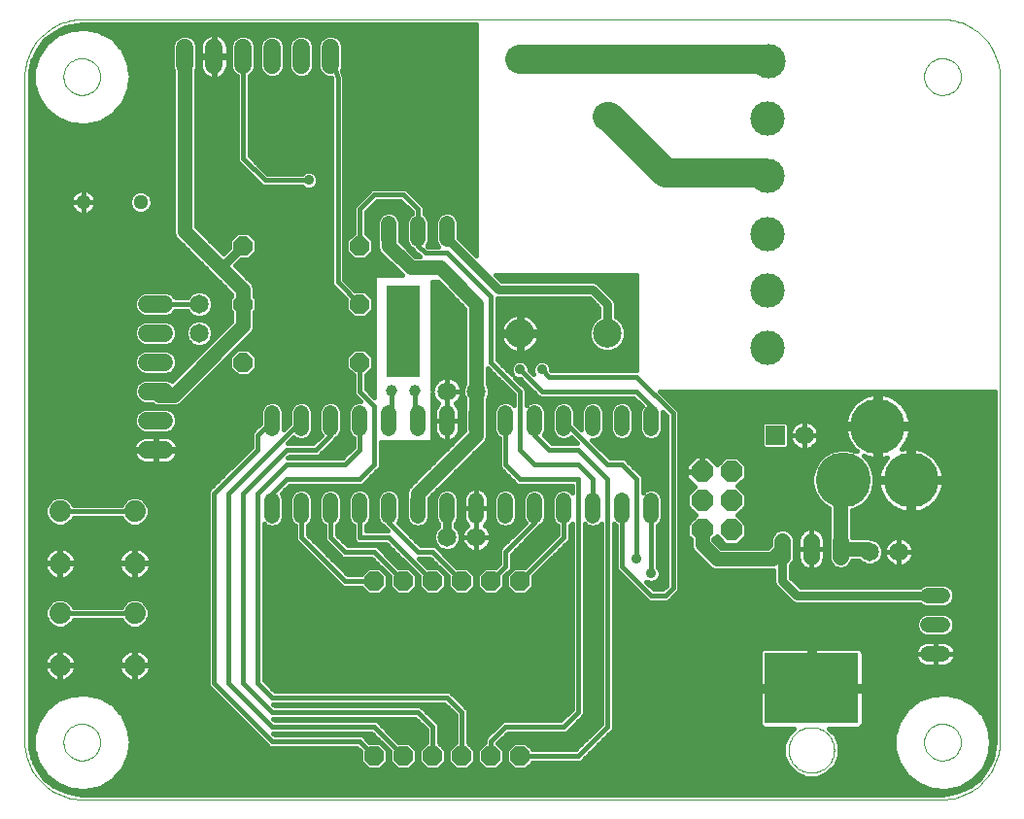
<source format=gtl>
G75*
%MOIN*%
%OFA0B0*%
%FSLAX24Y24*%
%IPPOS*%
%LPD*%
%AMOC8*
5,1,8,0,0,1.08239X$1,22.5*
%
%ADD10C,0.0000*%
%ADD11OC8,0.0669*%
%ADD12C,0.0520*%
%ADD13C,0.0650*%
%ADD14OC8,0.0660*%
%ADD15C,0.0740*%
%ADD16C,0.0397*%
%ADD17R,0.1181X0.3150*%
%ADD18C,0.0512*%
%ADD19C,0.0550*%
%ADD20R,0.3200X0.2400*%
%ADD21R,0.0650X0.0650*%
%ADD22C,0.1890*%
%ADD23C,0.0984*%
%ADD24C,0.1181*%
%ADD25C,0.0600*%
%ADD26OC8,0.0740*%
%ADD27C,0.0160*%
%ADD28C,0.0356*%
%ADD29C,0.0500*%
%ADD30C,0.0300*%
%ADD31C,0.1000*%
D10*
X001180Y002680D02*
X001180Y025452D01*
X002519Y025483D02*
X002521Y025533D01*
X002527Y025583D01*
X002537Y025632D01*
X002551Y025680D01*
X002568Y025727D01*
X002589Y025772D01*
X002614Y025816D01*
X002642Y025857D01*
X002674Y025896D01*
X002708Y025933D01*
X002745Y025967D01*
X002785Y025997D01*
X002827Y026024D01*
X002871Y026048D01*
X002917Y026069D01*
X002964Y026085D01*
X003012Y026098D01*
X003062Y026107D01*
X003111Y026112D01*
X003162Y026113D01*
X003212Y026110D01*
X003261Y026103D01*
X003310Y026092D01*
X003358Y026077D01*
X003404Y026059D01*
X003449Y026037D01*
X003492Y026011D01*
X003533Y025982D01*
X003572Y025950D01*
X003608Y025915D01*
X003640Y025877D01*
X003670Y025837D01*
X003697Y025794D01*
X003720Y025750D01*
X003739Y025704D01*
X003755Y025656D01*
X003767Y025607D01*
X003775Y025558D01*
X003779Y025508D01*
X003779Y025458D01*
X003775Y025408D01*
X003767Y025359D01*
X003755Y025310D01*
X003739Y025262D01*
X003720Y025216D01*
X003697Y025172D01*
X003670Y025129D01*
X003640Y025089D01*
X003608Y025051D01*
X003572Y025016D01*
X003533Y024984D01*
X003492Y024955D01*
X003449Y024929D01*
X003404Y024907D01*
X003358Y024889D01*
X003310Y024874D01*
X003261Y024863D01*
X003212Y024856D01*
X003162Y024853D01*
X003111Y024854D01*
X003062Y024859D01*
X003012Y024868D01*
X002964Y024881D01*
X002917Y024897D01*
X002871Y024918D01*
X002827Y024942D01*
X002785Y024969D01*
X002745Y024999D01*
X002708Y025033D01*
X002674Y025070D01*
X002642Y025109D01*
X002614Y025150D01*
X002589Y025194D01*
X002568Y025239D01*
X002551Y025286D01*
X002537Y025334D01*
X002527Y025383D01*
X002521Y025433D01*
X002519Y025483D01*
X001180Y025452D02*
X001182Y025539D01*
X001188Y025626D01*
X001197Y025713D01*
X001210Y025799D01*
X001227Y025885D01*
X001248Y025970D01*
X001273Y026053D01*
X001301Y026136D01*
X001332Y026217D01*
X001367Y026297D01*
X001406Y026375D01*
X001448Y026452D01*
X001493Y026527D01*
X001542Y026599D01*
X001593Y026670D01*
X001648Y026738D01*
X001705Y026803D01*
X001766Y026866D01*
X001829Y026927D01*
X001894Y026984D01*
X001962Y027039D01*
X002033Y027090D01*
X002105Y027139D01*
X002180Y027184D01*
X002257Y027226D01*
X002335Y027265D01*
X002415Y027300D01*
X002496Y027331D01*
X002579Y027359D01*
X002662Y027384D01*
X002747Y027405D01*
X002833Y027422D01*
X002919Y027435D01*
X003006Y027444D01*
X003093Y027450D01*
X003180Y027452D01*
X032645Y027452D01*
X032046Y025483D02*
X032048Y025533D01*
X032054Y025583D01*
X032064Y025632D01*
X032078Y025680D01*
X032095Y025727D01*
X032116Y025772D01*
X032141Y025816D01*
X032169Y025857D01*
X032201Y025896D01*
X032235Y025933D01*
X032272Y025967D01*
X032312Y025997D01*
X032354Y026024D01*
X032398Y026048D01*
X032444Y026069D01*
X032491Y026085D01*
X032539Y026098D01*
X032589Y026107D01*
X032638Y026112D01*
X032689Y026113D01*
X032739Y026110D01*
X032788Y026103D01*
X032837Y026092D01*
X032885Y026077D01*
X032931Y026059D01*
X032976Y026037D01*
X033019Y026011D01*
X033060Y025982D01*
X033099Y025950D01*
X033135Y025915D01*
X033167Y025877D01*
X033197Y025837D01*
X033224Y025794D01*
X033247Y025750D01*
X033266Y025704D01*
X033282Y025656D01*
X033294Y025607D01*
X033302Y025558D01*
X033306Y025508D01*
X033306Y025458D01*
X033302Y025408D01*
X033294Y025359D01*
X033282Y025310D01*
X033266Y025262D01*
X033247Y025216D01*
X033224Y025172D01*
X033197Y025129D01*
X033167Y025089D01*
X033135Y025051D01*
X033099Y025016D01*
X033060Y024984D01*
X033019Y024955D01*
X032976Y024929D01*
X032931Y024907D01*
X032885Y024889D01*
X032837Y024874D01*
X032788Y024863D01*
X032739Y024856D01*
X032689Y024853D01*
X032638Y024854D01*
X032589Y024859D01*
X032539Y024868D01*
X032491Y024881D01*
X032444Y024897D01*
X032398Y024918D01*
X032354Y024942D01*
X032312Y024969D01*
X032272Y024999D01*
X032235Y025033D01*
X032201Y025070D01*
X032169Y025109D01*
X032141Y025150D01*
X032116Y025194D01*
X032095Y025239D01*
X032078Y025286D01*
X032064Y025334D01*
X032054Y025383D01*
X032048Y025433D01*
X032046Y025483D01*
X032645Y027452D02*
X032732Y027450D01*
X032819Y027444D01*
X032906Y027435D01*
X032992Y027422D01*
X033078Y027405D01*
X033163Y027384D01*
X033246Y027359D01*
X033329Y027331D01*
X033410Y027300D01*
X033490Y027265D01*
X033568Y027226D01*
X033645Y027184D01*
X033720Y027139D01*
X033792Y027090D01*
X033863Y027039D01*
X033931Y026984D01*
X033996Y026927D01*
X034059Y026866D01*
X034120Y026803D01*
X034177Y026738D01*
X034232Y026670D01*
X034283Y026599D01*
X034332Y026527D01*
X034377Y026452D01*
X034419Y026375D01*
X034458Y026297D01*
X034493Y026217D01*
X034524Y026136D01*
X034552Y026053D01*
X034577Y025970D01*
X034598Y025885D01*
X034615Y025799D01*
X034628Y025713D01*
X034637Y025626D01*
X034643Y025539D01*
X034645Y025452D01*
X034645Y002680D01*
X032046Y002649D02*
X032048Y002699D01*
X032054Y002749D01*
X032064Y002798D01*
X032078Y002846D01*
X032095Y002893D01*
X032116Y002938D01*
X032141Y002982D01*
X032169Y003023D01*
X032201Y003062D01*
X032235Y003099D01*
X032272Y003133D01*
X032312Y003163D01*
X032354Y003190D01*
X032398Y003214D01*
X032444Y003235D01*
X032491Y003251D01*
X032539Y003264D01*
X032589Y003273D01*
X032638Y003278D01*
X032689Y003279D01*
X032739Y003276D01*
X032788Y003269D01*
X032837Y003258D01*
X032885Y003243D01*
X032931Y003225D01*
X032976Y003203D01*
X033019Y003177D01*
X033060Y003148D01*
X033099Y003116D01*
X033135Y003081D01*
X033167Y003043D01*
X033197Y003003D01*
X033224Y002960D01*
X033247Y002916D01*
X033266Y002870D01*
X033282Y002822D01*
X033294Y002773D01*
X033302Y002724D01*
X033306Y002674D01*
X033306Y002624D01*
X033302Y002574D01*
X033294Y002525D01*
X033282Y002476D01*
X033266Y002428D01*
X033247Y002382D01*
X033224Y002338D01*
X033197Y002295D01*
X033167Y002255D01*
X033135Y002217D01*
X033099Y002182D01*
X033060Y002150D01*
X033019Y002121D01*
X032976Y002095D01*
X032931Y002073D01*
X032885Y002055D01*
X032837Y002040D01*
X032788Y002029D01*
X032739Y002022D01*
X032689Y002019D01*
X032638Y002020D01*
X032589Y002025D01*
X032539Y002034D01*
X032491Y002047D01*
X032444Y002063D01*
X032398Y002084D01*
X032354Y002108D01*
X032312Y002135D01*
X032272Y002165D01*
X032235Y002199D01*
X032201Y002236D01*
X032169Y002275D01*
X032141Y002316D01*
X032116Y002360D01*
X032095Y002405D01*
X032078Y002452D01*
X032064Y002500D01*
X032054Y002549D01*
X032048Y002599D01*
X032046Y002649D01*
X032645Y000680D02*
X032732Y000682D01*
X032819Y000688D01*
X032906Y000697D01*
X032992Y000710D01*
X033078Y000727D01*
X033163Y000748D01*
X033246Y000773D01*
X033329Y000801D01*
X033410Y000832D01*
X033490Y000867D01*
X033568Y000906D01*
X033645Y000948D01*
X033720Y000993D01*
X033792Y001042D01*
X033863Y001093D01*
X033931Y001148D01*
X033996Y001205D01*
X034059Y001266D01*
X034120Y001329D01*
X034177Y001394D01*
X034232Y001462D01*
X034283Y001533D01*
X034332Y001605D01*
X034377Y001680D01*
X034419Y001757D01*
X034458Y001835D01*
X034493Y001915D01*
X034524Y001996D01*
X034552Y002079D01*
X034577Y002162D01*
X034598Y002247D01*
X034615Y002333D01*
X034628Y002419D01*
X034637Y002506D01*
X034643Y002593D01*
X034645Y002680D01*
X032645Y000680D02*
X003180Y000680D01*
X002519Y002649D02*
X002521Y002699D01*
X002527Y002749D01*
X002537Y002798D01*
X002551Y002846D01*
X002568Y002893D01*
X002589Y002938D01*
X002614Y002982D01*
X002642Y003023D01*
X002674Y003062D01*
X002708Y003099D01*
X002745Y003133D01*
X002785Y003163D01*
X002827Y003190D01*
X002871Y003214D01*
X002917Y003235D01*
X002964Y003251D01*
X003012Y003264D01*
X003062Y003273D01*
X003111Y003278D01*
X003162Y003279D01*
X003212Y003276D01*
X003261Y003269D01*
X003310Y003258D01*
X003358Y003243D01*
X003404Y003225D01*
X003449Y003203D01*
X003492Y003177D01*
X003533Y003148D01*
X003572Y003116D01*
X003608Y003081D01*
X003640Y003043D01*
X003670Y003003D01*
X003697Y002960D01*
X003720Y002916D01*
X003739Y002870D01*
X003755Y002822D01*
X003767Y002773D01*
X003775Y002724D01*
X003779Y002674D01*
X003779Y002624D01*
X003775Y002574D01*
X003767Y002525D01*
X003755Y002476D01*
X003739Y002428D01*
X003720Y002382D01*
X003697Y002338D01*
X003670Y002295D01*
X003640Y002255D01*
X003608Y002217D01*
X003572Y002182D01*
X003533Y002150D01*
X003492Y002121D01*
X003449Y002095D01*
X003404Y002073D01*
X003358Y002055D01*
X003310Y002040D01*
X003261Y002029D01*
X003212Y002022D01*
X003162Y002019D01*
X003111Y002020D01*
X003062Y002025D01*
X003012Y002034D01*
X002964Y002047D01*
X002917Y002063D01*
X002871Y002084D01*
X002827Y002108D01*
X002785Y002135D01*
X002745Y002165D01*
X002708Y002199D01*
X002674Y002236D01*
X002642Y002275D01*
X002614Y002316D01*
X002589Y002360D01*
X002568Y002405D01*
X002551Y002452D01*
X002537Y002500D01*
X002527Y002549D01*
X002521Y002599D01*
X002519Y002649D01*
X001180Y002680D02*
X001182Y002593D01*
X001188Y002506D01*
X001197Y002419D01*
X001210Y002333D01*
X001227Y002247D01*
X001248Y002162D01*
X001273Y002079D01*
X001301Y001996D01*
X001332Y001915D01*
X001367Y001835D01*
X001406Y001757D01*
X001448Y001680D01*
X001493Y001605D01*
X001542Y001533D01*
X001593Y001462D01*
X001648Y001394D01*
X001705Y001329D01*
X001766Y001266D01*
X001829Y001205D01*
X001894Y001148D01*
X001962Y001093D01*
X002033Y001042D01*
X002105Y000993D01*
X002180Y000948D01*
X002257Y000906D01*
X002335Y000867D01*
X002415Y000832D01*
X002496Y000801D01*
X002579Y000773D01*
X002662Y000748D01*
X002747Y000727D01*
X002833Y000710D01*
X002919Y000697D01*
X003006Y000688D01*
X003093Y000682D01*
X003180Y000680D01*
X027400Y002380D02*
X027402Y002436D01*
X027408Y002491D01*
X027418Y002546D01*
X027432Y002600D01*
X027449Y002653D01*
X027470Y002704D01*
X027495Y002754D01*
X027524Y002802D01*
X027556Y002847D01*
X027591Y002891D01*
X027628Y002932D01*
X027669Y002969D01*
X027713Y003004D01*
X027758Y003036D01*
X027806Y003065D01*
X027856Y003090D01*
X027907Y003111D01*
X027960Y003128D01*
X028014Y003142D01*
X028069Y003152D01*
X028124Y003158D01*
X028180Y003160D01*
X028236Y003158D01*
X028291Y003152D01*
X028346Y003142D01*
X028400Y003128D01*
X028453Y003111D01*
X028504Y003090D01*
X028554Y003065D01*
X028602Y003036D01*
X028647Y003004D01*
X028691Y002969D01*
X028732Y002932D01*
X028769Y002891D01*
X028804Y002847D01*
X028836Y002802D01*
X028865Y002754D01*
X028890Y002704D01*
X028911Y002653D01*
X028928Y002600D01*
X028942Y002546D01*
X028952Y002491D01*
X028958Y002436D01*
X028960Y002380D01*
X028958Y002324D01*
X028952Y002269D01*
X028942Y002214D01*
X028928Y002160D01*
X028911Y002107D01*
X028890Y002056D01*
X028865Y002006D01*
X028836Y001958D01*
X028804Y001913D01*
X028769Y001869D01*
X028732Y001828D01*
X028691Y001791D01*
X028647Y001756D01*
X028602Y001724D01*
X028554Y001695D01*
X028504Y001670D01*
X028453Y001649D01*
X028400Y001632D01*
X028346Y001618D01*
X028291Y001608D01*
X028236Y001602D01*
X028180Y001600D01*
X028124Y001602D01*
X028069Y001608D01*
X028014Y001618D01*
X027960Y001632D01*
X027907Y001649D01*
X027856Y001670D01*
X027806Y001695D01*
X027758Y001724D01*
X027713Y001756D01*
X027669Y001791D01*
X027628Y001828D01*
X027591Y001869D01*
X027556Y001913D01*
X027524Y001958D01*
X027495Y002006D01*
X027470Y002056D01*
X027449Y002107D01*
X027432Y002160D01*
X027418Y002214D01*
X027408Y002269D01*
X027402Y002324D01*
X027400Y002380D01*
D11*
X018180Y002180D03*
X017180Y002180D03*
X016180Y002180D03*
X015180Y002180D03*
X014180Y002180D03*
X013180Y002180D03*
X013180Y008180D03*
X014180Y008180D03*
X015180Y008180D03*
X016180Y008180D03*
X017180Y008180D03*
X018180Y008180D03*
D12*
X017680Y010420D02*
X017680Y010940D01*
X016680Y010940D02*
X016680Y010420D01*
X015680Y010420D02*
X015680Y010940D01*
X014680Y010940D02*
X014680Y010420D01*
X013680Y010420D02*
X013680Y010940D01*
X012680Y010940D02*
X012680Y010420D01*
X011680Y010420D02*
X011680Y010940D01*
X010680Y010940D02*
X010680Y010420D01*
X009680Y010420D02*
X009680Y010940D01*
X009680Y013420D02*
X009680Y013940D01*
X010680Y013940D02*
X010680Y013420D01*
X011680Y013420D02*
X011680Y013940D01*
X012680Y013940D02*
X012680Y013420D01*
X013680Y013420D02*
X013680Y013940D01*
X014680Y013940D02*
X014680Y013420D01*
X015680Y013420D02*
X015680Y013940D01*
X016680Y013940D02*
X016680Y013420D01*
X017680Y013420D02*
X017680Y013940D01*
X018680Y013940D02*
X018680Y013420D01*
X019680Y013420D02*
X019680Y013940D01*
X020680Y013940D02*
X020680Y013420D01*
X021680Y013420D02*
X021680Y013940D01*
X022680Y013940D02*
X022680Y013420D01*
X022680Y010940D02*
X022680Y010420D01*
X021680Y010420D02*
X021680Y010940D01*
X020680Y010940D02*
X020680Y010420D01*
X019680Y010420D02*
X019680Y010940D01*
X018680Y010940D02*
X018680Y010420D01*
X015680Y019920D02*
X015680Y020440D01*
X014680Y020440D02*
X014680Y019920D01*
X013680Y019920D02*
X013680Y020440D01*
X032170Y007680D02*
X032690Y007680D01*
X032690Y006680D02*
X032170Y006680D01*
X032170Y005680D02*
X032690Y005680D01*
D13*
X031180Y009180D03*
X030180Y009180D03*
X027930Y013180D03*
X016680Y014680D03*
X015680Y014680D03*
X015680Y009680D03*
X016680Y009680D03*
X007180Y016680D03*
X007180Y017680D03*
D14*
X008680Y017680D03*
X008680Y019680D03*
X012680Y019680D03*
X012680Y017680D03*
X012680Y015680D03*
X008680Y015680D03*
D15*
X004960Y010570D03*
X004960Y008790D03*
X004960Y007070D03*
X004960Y005290D03*
X002400Y005290D03*
X002400Y007070D03*
X002400Y008790D03*
X002400Y010570D03*
D16*
X013786Y014708D03*
X014574Y014708D03*
D17*
X014180Y016755D03*
D18*
X005164Y021180D03*
X003196Y021180D03*
D19*
X027180Y009555D02*
X027180Y009005D01*
X028180Y009005D02*
X028180Y009555D01*
X029180Y009555D02*
X029180Y009005D01*
D20*
X028180Y004505D03*
D21*
X026930Y013180D03*
D22*
X029273Y011641D03*
X031595Y011641D03*
X030454Y013491D03*
D23*
X021180Y016680D03*
X018180Y016680D03*
X021180Y024121D03*
X018180Y026089D03*
D24*
X026719Y026007D03*
X026680Y024038D03*
X026680Y022070D03*
X026680Y020062D03*
X026680Y018133D03*
X026680Y016164D03*
D25*
X011680Y025880D02*
X011680Y026480D01*
X010680Y026480D02*
X010680Y025880D01*
X009680Y025880D02*
X009680Y026480D01*
X008680Y026480D02*
X008680Y025880D01*
X007680Y025880D02*
X007680Y026480D01*
X006680Y026480D02*
X006680Y025880D01*
X005980Y017680D02*
X005380Y017680D01*
X005380Y016680D02*
X005980Y016680D01*
X005980Y015680D02*
X005380Y015680D01*
X005380Y014680D02*
X005980Y014680D01*
X005980Y013680D02*
X005380Y013680D01*
X005380Y012680D02*
X005980Y012680D01*
D26*
X024430Y011930D03*
X025430Y011930D03*
X025430Y010930D03*
X024430Y010930D03*
X024430Y009930D03*
X025430Y009930D03*
D27*
X001959Y001473D02*
X001830Y001473D01*
X001917Y001506D02*
X001917Y001506D01*
X001917Y001506D01*
X001635Y001920D01*
X001635Y001920D01*
X001487Y002398D01*
X001487Y002899D01*
X001635Y003377D01*
X001635Y003377D01*
X001917Y003791D01*
X001917Y003791D01*
X002309Y004103D01*
X002309Y004103D01*
X002775Y004286D01*
X002775Y004286D01*
X003274Y004324D01*
X003274Y004324D01*
X003762Y004212D01*
X003762Y004212D01*
X004196Y003962D01*
X004196Y003962D01*
X004537Y003595D01*
X004537Y003595D01*
X004754Y003144D01*
X004754Y003144D01*
X004829Y002649D01*
X004829Y002649D01*
X004754Y002153D01*
X004537Y001702D01*
X004196Y001335D01*
X004196Y001335D01*
X004196Y001335D01*
X003762Y001085D01*
X003762Y001085D01*
X003274Y000973D01*
X003274Y000973D01*
X002775Y001011D01*
X002775Y001011D01*
X002309Y001194D01*
X002309Y001194D01*
X001917Y001506D01*
X001893Y001393D02*
X001639Y001712D01*
X001462Y002079D01*
X001371Y002476D01*
X001360Y002680D01*
X001360Y025452D01*
X001371Y025655D01*
X001462Y026053D01*
X001639Y026420D01*
X001893Y026739D01*
X002212Y026993D01*
X002579Y027170D01*
X002976Y027260D01*
X003180Y027272D01*
X016680Y027272D01*
X016680Y019340D01*
X016080Y019940D01*
X016080Y020520D01*
X016019Y020667D01*
X015907Y020779D01*
X015760Y020840D01*
X015600Y020840D01*
X015453Y020779D01*
X015341Y020667D01*
X015280Y020520D01*
X015280Y019840D01*
X015341Y019693D01*
X015384Y019650D01*
X015021Y019650D01*
X014998Y019673D01*
X015019Y019693D01*
X015080Y019840D01*
X015080Y020520D01*
X015019Y020667D01*
X014907Y020779D01*
X014900Y020782D01*
X014900Y021021D01*
X014771Y021150D01*
X014271Y021650D01*
X013089Y021650D01*
X012960Y021521D01*
X012460Y021021D01*
X012460Y020125D01*
X012210Y019875D01*
X012210Y019485D01*
X012485Y019210D01*
X012875Y019210D01*
X013150Y019485D01*
X013150Y019875D01*
X012900Y020125D01*
X012900Y020839D01*
X013271Y021210D01*
X014089Y021210D01*
X014460Y020839D01*
X014460Y020782D01*
X014453Y020779D01*
X014341Y020667D01*
X014280Y020520D01*
X014280Y019840D01*
X014341Y019693D01*
X014453Y019581D01*
X014478Y019571D01*
X014589Y019460D01*
X014729Y019320D01*
X014592Y019320D01*
X014077Y019834D01*
X014080Y019840D01*
X014080Y020520D01*
X014019Y020667D01*
X013907Y020779D01*
X013760Y020840D01*
X013600Y020840D01*
X013453Y020779D01*
X013341Y020667D01*
X013280Y020520D01*
X013280Y019840D01*
X013290Y019816D01*
X013290Y019602D01*
X013349Y019459D01*
X013459Y019349D01*
X014128Y018680D01*
X013180Y018680D01*
X013180Y014491D01*
X012900Y014771D01*
X012900Y015235D01*
X013150Y015485D01*
X013150Y015875D01*
X012875Y016150D01*
X012485Y016150D01*
X012210Y015875D01*
X012210Y015485D01*
X012460Y015235D01*
X012460Y014589D01*
X012709Y014340D01*
X012600Y014340D01*
X012453Y014279D01*
X012341Y014167D01*
X012280Y014020D01*
X012280Y013340D01*
X012341Y013193D01*
X012453Y013081D01*
X012460Y013078D01*
X012460Y012771D01*
X012089Y012400D01*
X010211Y012400D01*
X010271Y012460D01*
X011271Y012460D01*
X011771Y012960D01*
X011882Y013071D01*
X011907Y013081D01*
X012019Y013193D01*
X012080Y013340D01*
X012080Y014020D01*
X012019Y014167D01*
X011907Y014279D01*
X011760Y014340D01*
X011600Y014340D01*
X011453Y014279D01*
X011341Y014167D01*
X011280Y014020D01*
X011280Y013340D01*
X011341Y013193D01*
X011362Y013173D01*
X011089Y012900D01*
X010211Y012900D01*
X010423Y013112D01*
X010453Y013081D01*
X010600Y013020D01*
X010760Y013020D01*
X010907Y013081D01*
X011019Y013193D01*
X011080Y013340D01*
X011080Y014020D01*
X011019Y014167D01*
X010907Y014279D01*
X010760Y014340D01*
X010600Y014340D01*
X010453Y014279D01*
X010341Y014167D01*
X010280Y014020D01*
X010280Y013591D01*
X010080Y013391D01*
X010080Y014020D01*
X010019Y014167D01*
X009907Y014279D01*
X009760Y014340D01*
X009600Y014340D01*
X009453Y014279D01*
X009341Y014167D01*
X009280Y014020D01*
X009280Y013591D01*
X009089Y013400D01*
X008960Y013271D01*
X008960Y012771D01*
X007589Y011400D01*
X007460Y011271D01*
X007460Y004589D01*
X009460Y002589D01*
X009589Y002460D01*
X012589Y002460D01*
X012705Y002344D01*
X012705Y001983D01*
X012983Y001705D01*
X013377Y001705D01*
X013655Y001983D01*
X013655Y002377D01*
X013377Y002655D01*
X013016Y002655D01*
X012771Y002900D01*
X009771Y002900D01*
X009711Y002960D01*
X013089Y002960D01*
X013705Y002344D01*
X013705Y001983D01*
X013983Y001705D01*
X014377Y001705D01*
X014655Y001983D01*
X014655Y002377D01*
X014377Y002655D01*
X014016Y002655D01*
X013271Y003400D01*
X009771Y003400D01*
X009711Y003460D01*
X014589Y003460D01*
X014960Y003089D01*
X014960Y002631D01*
X014705Y002377D01*
X014705Y001983D01*
X014983Y001705D01*
X015377Y001705D01*
X015655Y001983D01*
X015655Y002377D01*
X015400Y002631D01*
X015400Y003271D01*
X015271Y003400D01*
X014771Y003900D01*
X009771Y003900D01*
X009711Y003960D01*
X015589Y003960D01*
X015960Y003589D01*
X015960Y002631D01*
X015705Y002377D01*
X015705Y001983D01*
X015983Y001705D01*
X016377Y001705D01*
X016655Y001983D01*
X016655Y002377D01*
X016400Y002631D01*
X016400Y003771D01*
X016271Y003900D01*
X015771Y004400D01*
X009771Y004400D01*
X009400Y004771D01*
X009400Y010134D01*
X009453Y010081D01*
X009600Y010020D01*
X009760Y010020D01*
X009907Y010081D01*
X010019Y010193D01*
X010080Y010340D01*
X010080Y011020D01*
X010019Y011167D01*
X009998Y011187D01*
X010271Y011460D01*
X012771Y011460D01*
X012900Y011589D01*
X013400Y012089D01*
X013400Y012930D01*
X015180Y012930D01*
X015180Y014609D01*
X015187Y014562D01*
X015212Y014486D01*
X015248Y014415D01*
X015295Y014351D01*
X015351Y014295D01*
X015387Y014269D01*
X015344Y014227D01*
X015304Y014171D01*
X015272Y014109D01*
X015251Y014043D01*
X015240Y013975D01*
X015240Y013680D01*
X015680Y013680D01*
X016120Y013680D01*
X016120Y013975D01*
X016109Y014043D01*
X016088Y014109D01*
X016056Y014171D01*
X016016Y014227D01*
X015973Y014269D01*
X016009Y014295D01*
X016065Y014351D01*
X016112Y014415D01*
X016148Y014486D01*
X016173Y014562D01*
X016185Y014640D01*
X016185Y014680D01*
X016185Y014720D01*
X016173Y014798D01*
X016148Y014874D01*
X016112Y014945D01*
X016065Y015009D01*
X016009Y015065D01*
X015945Y015112D01*
X015874Y015148D01*
X015798Y015173D01*
X015720Y015185D01*
X015680Y015185D01*
X015680Y014680D01*
X015680Y014680D01*
X016185Y014680D01*
X015680Y014680D01*
X015680Y014680D01*
X015680Y015185D01*
X015640Y015185D01*
X015562Y015173D01*
X015486Y015148D01*
X015415Y015112D01*
X015351Y015065D01*
X015295Y015009D01*
X015248Y014945D01*
X015212Y014874D01*
X015187Y014798D01*
X015180Y014751D01*
X015180Y018430D01*
X015378Y018430D01*
X016290Y017518D01*
X016290Y014948D01*
X016286Y014943D01*
X016215Y014772D01*
X016215Y014588D01*
X016286Y014417D01*
X016290Y014412D01*
X016290Y014044D01*
X016280Y014020D01*
X016280Y013340D01*
X016283Y013334D01*
X014459Y011511D01*
X014349Y011401D01*
X014290Y011258D01*
X014290Y011044D01*
X014280Y011020D01*
X014280Y010340D01*
X014341Y010193D01*
X014453Y010081D01*
X014600Y010020D01*
X014760Y010020D01*
X014907Y010081D01*
X015019Y010193D01*
X015080Y010340D01*
X015080Y011020D01*
X015077Y011026D01*
X016901Y012849D01*
X017011Y012959D01*
X017070Y013102D01*
X017070Y013316D01*
X017080Y013340D01*
X017080Y014020D01*
X017070Y014044D01*
X017070Y014412D01*
X017074Y014417D01*
X017145Y014588D01*
X017145Y014772D01*
X017074Y014943D01*
X017070Y014948D01*
X017070Y015479D01*
X017089Y015460D01*
X017960Y014589D01*
X017960Y014226D01*
X017907Y014279D01*
X017760Y014340D01*
X017600Y014340D01*
X017453Y014279D01*
X017341Y014167D01*
X017280Y014020D01*
X017280Y013340D01*
X017341Y013193D01*
X017453Y013081D01*
X017460Y013078D01*
X017460Y012089D01*
X017589Y011960D01*
X018089Y011460D01*
X019960Y011460D01*
X019960Y011226D01*
X019907Y011279D01*
X019760Y011340D01*
X019600Y011340D01*
X019453Y011279D01*
X019341Y011167D01*
X019280Y011020D01*
X019280Y010340D01*
X019341Y010193D01*
X019453Y010081D01*
X019460Y010078D01*
X019460Y009771D01*
X018344Y008655D01*
X017983Y008655D01*
X017705Y008377D01*
X017705Y007983D01*
X017983Y007705D01*
X018377Y007705D01*
X018655Y007983D01*
X018655Y008344D01*
X019900Y009589D01*
X019900Y010078D01*
X019907Y010081D01*
X019960Y010134D01*
X019960Y003771D01*
X019589Y003400D01*
X017589Y003400D01*
X017460Y003271D01*
X017089Y002900D01*
X017089Y002900D01*
X016960Y002771D01*
X016960Y002631D01*
X016705Y002377D01*
X016705Y001983D01*
X016983Y001705D01*
X017377Y001705D01*
X017655Y001983D01*
X017655Y002377D01*
X017421Y002610D01*
X017771Y002960D01*
X019771Y002960D01*
X019900Y003089D01*
X020400Y003589D01*
X020400Y010134D01*
X020453Y010081D01*
X020600Y010020D01*
X020760Y010020D01*
X020907Y010081D01*
X020960Y010134D01*
X020960Y003271D01*
X020089Y002400D01*
X018631Y002400D01*
X018377Y002655D01*
X017983Y002655D01*
X017705Y002377D01*
X017705Y001983D01*
X017983Y001705D01*
X018377Y001705D01*
X018631Y001960D01*
X020271Y001960D01*
X020400Y002089D01*
X021400Y003089D01*
X021400Y010134D01*
X021453Y010081D01*
X021460Y010078D01*
X021460Y008589D01*
X022460Y007589D01*
X022589Y007460D01*
X023271Y007460D01*
X023521Y007710D01*
X023650Y007839D01*
X023650Y014021D01*
X022991Y014680D01*
X034465Y014680D01*
X034465Y002680D01*
X034453Y002476D01*
X034362Y002079D01*
X034186Y001712D01*
X033932Y001393D01*
X033613Y001139D01*
X033246Y000962D01*
X032848Y000871D01*
X032645Y000860D01*
X003180Y000860D01*
X002976Y000871D01*
X002579Y000962D01*
X002212Y001139D01*
X001893Y001393D01*
X001992Y001314D02*
X002158Y001314D01*
X002191Y001156D02*
X002406Y001156D01*
X002506Y000997D02*
X002956Y000997D01*
X003378Y000997D02*
X032484Y000997D01*
X032302Y001011D02*
X032802Y000973D01*
X033290Y001085D01*
X033724Y001335D01*
X034064Y001702D01*
X034281Y002153D01*
X034281Y002153D01*
X034356Y002649D01*
X034281Y003144D01*
X034064Y003595D01*
X033724Y003962D01*
X033724Y003962D01*
X033290Y004212D01*
X032802Y004324D01*
X032302Y004286D01*
X031836Y004103D01*
X031445Y003791D01*
X031162Y003377D01*
X031015Y002899D01*
X029004Y002899D01*
X028994Y002924D02*
X028793Y003125D01*
X029804Y003125D01*
X029849Y003137D01*
X029891Y003161D01*
X029924Y003194D01*
X029948Y003236D01*
X029960Y003281D01*
X029960Y004425D01*
X028260Y004425D01*
X028260Y004585D01*
X029960Y004585D01*
X029960Y005729D01*
X029948Y005774D01*
X029924Y005816D01*
X029891Y005849D01*
X029849Y005873D01*
X029804Y005885D01*
X028260Y005885D01*
X028260Y004585D01*
X028100Y004585D01*
X028100Y005885D01*
X026556Y005885D01*
X026511Y005873D01*
X026469Y005849D01*
X026436Y005816D01*
X026412Y005774D01*
X026400Y005729D01*
X026400Y004585D01*
X028100Y004585D01*
X028100Y004425D01*
X026400Y004425D01*
X026400Y003281D01*
X026412Y003236D01*
X026436Y003194D01*
X026469Y003161D01*
X026511Y003137D01*
X026556Y003125D01*
X027567Y003125D01*
X027366Y002924D01*
X027220Y002571D01*
X027220Y002189D01*
X027366Y001836D01*
X027636Y001566D01*
X027989Y001420D01*
X028371Y001420D01*
X028724Y001566D01*
X028994Y001836D01*
X029140Y002189D01*
X029140Y002571D01*
X028994Y002924D01*
X028860Y003058D02*
X031064Y003058D01*
X031113Y003216D02*
X029936Y003216D01*
X029960Y003375D02*
X031162Y003375D01*
X031162Y003377D02*
X031162Y003377D01*
X031269Y003533D02*
X029960Y003533D01*
X029960Y003692D02*
X031377Y003692D01*
X031445Y003791D02*
X031445Y003791D01*
X031445Y003791D01*
X031518Y003850D02*
X029960Y003850D01*
X029960Y004009D02*
X031717Y004009D01*
X031836Y004103D02*
X031836Y004103D01*
X031998Y004167D02*
X029960Y004167D01*
X029960Y004326D02*
X034465Y004326D01*
X034465Y004484D02*
X028260Y004484D01*
X028260Y004643D02*
X028100Y004643D01*
X028100Y004801D02*
X028260Y004801D01*
X028260Y004960D02*
X028100Y004960D01*
X028100Y005118D02*
X028260Y005118D01*
X028260Y005277D02*
X028100Y005277D01*
X028100Y005435D02*
X028260Y005435D01*
X028260Y005594D02*
X028100Y005594D01*
X028100Y005752D02*
X028260Y005752D01*
X028100Y004484D02*
X021400Y004484D01*
X021400Y004326D02*
X026400Y004326D01*
X026400Y004167D02*
X021400Y004167D01*
X021400Y004009D02*
X026400Y004009D01*
X026400Y003850D02*
X021400Y003850D01*
X021400Y003692D02*
X026400Y003692D01*
X026400Y003533D02*
X021400Y003533D01*
X021400Y003375D02*
X026400Y003375D01*
X026424Y003216D02*
X021400Y003216D01*
X021369Y003058D02*
X027500Y003058D01*
X027356Y002899D02*
X021210Y002899D01*
X021052Y002741D02*
X027290Y002741D01*
X027225Y002582D02*
X020893Y002582D01*
X020735Y002424D02*
X027220Y002424D01*
X027220Y002265D02*
X020576Y002265D01*
X020418Y002107D02*
X027254Y002107D01*
X027320Y001948D02*
X018619Y001948D01*
X018461Y001790D02*
X027413Y001790D01*
X027571Y001631D02*
X004471Y001631D01*
X004579Y001790D02*
X012899Y001790D01*
X012741Y001948D02*
X004655Y001948D01*
X004731Y002107D02*
X012705Y002107D01*
X012705Y002265D02*
X004771Y002265D01*
X004795Y002424D02*
X012625Y002424D01*
X012680Y002680D02*
X013180Y002180D01*
X013655Y002107D02*
X013705Y002107D01*
X013705Y002265D02*
X013655Y002265D01*
X013625Y002424D02*
X013608Y002424D01*
X013467Y002582D02*
X013449Y002582D01*
X013308Y002741D02*
X012931Y002741D01*
X012772Y002899D02*
X013150Y002899D01*
X013180Y003180D02*
X014180Y002180D01*
X014449Y002582D02*
X014911Y002582D01*
X014960Y002741D02*
X013931Y002741D01*
X013772Y002899D02*
X014960Y002899D01*
X014960Y003058D02*
X013614Y003058D01*
X013455Y003216D02*
X014833Y003216D01*
X014674Y003375D02*
X013297Y003375D01*
X013180Y003180D02*
X009680Y003180D01*
X008180Y004680D01*
X008180Y011180D01*
X010680Y013680D01*
X011080Y013677D02*
X011280Y013677D01*
X011280Y013519D02*
X011080Y013519D01*
X011080Y013360D02*
X011280Y013360D01*
X011338Y013202D02*
X011022Y013202D01*
X010815Y013043D02*
X011232Y013043D01*
X011180Y012680D02*
X011680Y013180D01*
X011680Y013680D01*
X012080Y013677D02*
X012280Y013677D01*
X012280Y013519D02*
X012080Y013519D01*
X012080Y013360D02*
X012280Y013360D01*
X012338Y013202D02*
X012022Y013202D01*
X011854Y013043D02*
X012460Y013043D01*
X012460Y012885D02*
X011696Y012885D01*
X011537Y012726D02*
X012415Y012726D01*
X012256Y012568D02*
X011379Y012568D01*
X011180Y012680D02*
X010180Y012680D01*
X008680Y011180D01*
X008680Y004680D01*
X009680Y003680D01*
X014680Y003680D01*
X015180Y003180D01*
X015180Y002180D01*
X014705Y002107D02*
X014655Y002107D01*
X014655Y002265D02*
X014705Y002265D01*
X014752Y002424D02*
X014608Y002424D01*
X014619Y001948D02*
X014741Y001948D01*
X014899Y001790D02*
X014461Y001790D01*
X013899Y001790D02*
X013461Y001790D01*
X013619Y001948D02*
X013741Y001948D01*
X012680Y002680D02*
X009680Y002680D01*
X007680Y004680D01*
X007680Y011180D01*
X009180Y012680D01*
X009180Y013180D01*
X009680Y013680D01*
X010080Y013677D02*
X010280Y013677D01*
X010280Y013836D02*
X010080Y013836D01*
X010080Y013994D02*
X010280Y013994D01*
X010335Y014153D02*
X010025Y014153D01*
X009830Y014311D02*
X010530Y014311D01*
X010830Y014311D02*
X011530Y014311D01*
X011335Y014153D02*
X011025Y014153D01*
X011080Y013994D02*
X011280Y013994D01*
X011280Y013836D02*
X011080Y013836D01*
X011830Y014311D02*
X012530Y014311D01*
X012579Y014470D02*
X006771Y014470D01*
X006636Y014334D02*
X009011Y016709D01*
X009070Y016852D01*
X009070Y017405D01*
X009150Y017485D01*
X009150Y017875D01*
X009070Y017955D01*
X009070Y018258D01*
X009011Y018401D01*
X008411Y019001D01*
X008620Y019210D01*
X008875Y019210D01*
X009150Y019485D01*
X009150Y019875D01*
X008875Y020150D01*
X008485Y020150D01*
X008210Y019875D01*
X008210Y019620D01*
X008001Y019411D01*
X007070Y020342D01*
X007070Y025672D01*
X007120Y025792D01*
X007120Y026568D01*
X007053Y026729D01*
X006929Y026853D01*
X006768Y026920D01*
X006592Y026920D01*
X006431Y026853D01*
X006307Y026729D01*
X006240Y026568D01*
X006240Y025792D01*
X006290Y025672D01*
X006290Y020102D01*
X006349Y019959D01*
X006459Y019849D01*
X007584Y018724D01*
X008290Y018018D01*
X008290Y017955D01*
X008210Y017875D01*
X008210Y017485D01*
X008290Y017405D01*
X008290Y017092D01*
X006240Y015042D01*
X006229Y015053D01*
X006068Y015120D01*
X005292Y015120D01*
X005131Y015053D01*
X005007Y014929D01*
X004940Y014768D01*
X004940Y014592D01*
X005007Y014431D01*
X005131Y014307D01*
X005292Y014240D01*
X005568Y014240D01*
X005584Y014224D01*
X005727Y014165D01*
X006383Y014165D01*
X006526Y014224D01*
X006636Y014334D01*
X006613Y014311D02*
X009530Y014311D01*
X009335Y014153D02*
X001360Y014153D01*
X001360Y014311D02*
X005127Y014311D01*
X004991Y014470D02*
X001360Y014470D01*
X001360Y014628D02*
X004940Y014628D01*
X004948Y014787D02*
X001360Y014787D01*
X001360Y014945D02*
X005023Y014945D01*
X005253Y015104D02*
X001360Y015104D01*
X001360Y015262D02*
X005239Y015262D01*
X005292Y015240D02*
X005131Y015307D01*
X005007Y015431D01*
X004940Y015592D01*
X004940Y015768D01*
X005007Y015929D01*
X005131Y016053D01*
X005292Y016120D01*
X006068Y016120D01*
X006229Y016053D01*
X006353Y015929D01*
X006420Y015768D01*
X006420Y015592D01*
X006353Y015431D01*
X006229Y015307D01*
X006068Y015240D01*
X005292Y015240D01*
X005017Y015421D02*
X001360Y015421D01*
X001360Y015579D02*
X004946Y015579D01*
X004940Y015738D02*
X001360Y015738D01*
X001360Y015896D02*
X004993Y015896D01*
X005134Y016055D02*
X001360Y016055D01*
X001360Y016213D02*
X007411Y016213D01*
X007443Y016286D02*
X007574Y016417D01*
X007645Y016588D01*
X007645Y016772D01*
X007574Y016943D01*
X007443Y017074D01*
X007272Y017145D01*
X007088Y017145D01*
X006917Y017074D01*
X006786Y016943D01*
X006715Y016772D01*
X006715Y016588D01*
X006786Y016417D01*
X006917Y016286D01*
X007088Y016215D01*
X007272Y016215D01*
X007443Y016286D01*
X007529Y016372D02*
X007570Y016372D01*
X007621Y016530D02*
X007728Y016530D01*
X007645Y016689D02*
X007887Y016689D01*
X008045Y016847D02*
X007614Y016847D01*
X007512Y017006D02*
X008204Y017006D01*
X008290Y017164D02*
X001360Y017164D01*
X001360Y017006D02*
X005083Y017006D01*
X005131Y017053D02*
X005007Y016929D01*
X004940Y016768D01*
X004940Y016592D01*
X005007Y016431D01*
X005131Y016307D01*
X005292Y016240D01*
X006068Y016240D01*
X006229Y016307D01*
X006353Y016431D01*
X006420Y016592D01*
X006420Y016768D01*
X006353Y016929D01*
X006229Y017053D01*
X006068Y017120D01*
X005292Y017120D01*
X005131Y017053D01*
X005292Y017240D02*
X006068Y017240D01*
X006229Y017307D01*
X006353Y017431D01*
X006365Y017460D01*
X006768Y017460D01*
X006786Y017417D01*
X006917Y017286D01*
X007088Y017215D01*
X007272Y017215D01*
X007443Y017286D01*
X007574Y017417D01*
X007645Y017588D01*
X007645Y017772D01*
X007574Y017943D01*
X007443Y018074D01*
X007272Y018145D01*
X007088Y018145D01*
X006917Y018074D01*
X006786Y017943D01*
X006768Y017900D01*
X006365Y017900D01*
X006353Y017929D01*
X006229Y018053D01*
X006068Y018120D01*
X005292Y018120D01*
X005131Y018053D01*
X005007Y017929D01*
X004940Y017768D01*
X004940Y017592D01*
X005007Y017431D01*
X005131Y017307D01*
X005292Y017240D01*
X005115Y017323D02*
X001360Y017323D01*
X001360Y017481D02*
X004986Y017481D01*
X004940Y017640D02*
X001360Y017640D01*
X001360Y017798D02*
X004953Y017798D01*
X005034Y017957D02*
X001360Y017957D01*
X001360Y018115D02*
X005280Y018115D01*
X005680Y017680D02*
X007180Y017680D01*
X007015Y018115D02*
X006080Y018115D01*
X006326Y017957D02*
X006799Y017957D01*
X007345Y018115D02*
X008193Y018115D01*
X008290Y017957D02*
X007561Y017957D01*
X007634Y017798D02*
X008210Y017798D01*
X008210Y017640D02*
X007645Y017640D01*
X007601Y017481D02*
X008214Y017481D01*
X008290Y017323D02*
X007480Y017323D01*
X006880Y017323D02*
X006245Y017323D01*
X006277Y017006D02*
X006848Y017006D01*
X006746Y016847D02*
X006387Y016847D01*
X006420Y016689D02*
X006715Y016689D01*
X006739Y016530D02*
X006394Y016530D01*
X006294Y016372D02*
X006831Y016372D01*
X007253Y016055D02*
X006226Y016055D01*
X006367Y015896D02*
X007094Y015896D01*
X006936Y015738D02*
X006420Y015738D01*
X006414Y015579D02*
X006777Y015579D01*
X006619Y015421D02*
X006343Y015421D01*
X006460Y015262D02*
X006121Y015262D01*
X006107Y015104D02*
X006302Y015104D01*
X006930Y014628D02*
X012460Y014628D01*
X012460Y014787D02*
X007088Y014787D01*
X007247Y014945D02*
X012460Y014945D01*
X012460Y015104D02*
X007405Y015104D01*
X007564Y015262D02*
X008433Y015262D01*
X008485Y015210D02*
X008875Y015210D01*
X009150Y015485D01*
X009150Y015875D01*
X008875Y016150D01*
X008485Y016150D01*
X008210Y015875D01*
X008210Y015485D01*
X008485Y015210D01*
X008275Y015421D02*
X007722Y015421D01*
X007881Y015579D02*
X008210Y015579D01*
X008210Y015738D02*
X008039Y015738D01*
X008198Y015896D02*
X008231Y015896D01*
X008356Y016055D02*
X008390Y016055D01*
X008515Y016213D02*
X013180Y016213D01*
X013180Y016055D02*
X012970Y016055D01*
X013129Y015896D02*
X013180Y015896D01*
X013180Y015738D02*
X013150Y015738D01*
X013150Y015579D02*
X013180Y015579D01*
X013180Y015421D02*
X013085Y015421D01*
X013180Y015262D02*
X012927Y015262D01*
X012900Y015104D02*
X013180Y015104D01*
X013180Y014945D02*
X012900Y014945D01*
X012900Y014787D02*
X013180Y014787D01*
X013180Y014628D02*
X013043Y014628D01*
X012680Y014680D02*
X013180Y014180D01*
X013180Y012180D01*
X012680Y011680D01*
X010180Y011680D01*
X009680Y011180D01*
X009680Y010680D01*
X010080Y010666D02*
X010280Y010666D01*
X010280Y010824D02*
X010080Y010824D01*
X010080Y010983D02*
X010280Y010983D01*
X010280Y011020D02*
X010280Y010340D01*
X010341Y010193D01*
X010453Y010081D01*
X010460Y010078D01*
X010460Y009589D01*
X011960Y008089D01*
X012089Y007960D01*
X012729Y007960D01*
X012983Y007705D01*
X013377Y007705D01*
X013655Y007983D01*
X013655Y008377D01*
X013377Y008655D01*
X012983Y008655D01*
X012729Y008400D01*
X012271Y008400D01*
X010900Y009771D01*
X010900Y010078D01*
X010907Y010081D01*
X011019Y010193D01*
X011080Y010340D01*
X011080Y011020D01*
X011019Y011167D01*
X010907Y011279D01*
X010760Y011340D01*
X010600Y011340D01*
X010453Y011279D01*
X010341Y011167D01*
X010280Y011020D01*
X010330Y011141D02*
X010030Y011141D01*
X010111Y011300D02*
X010503Y011300D01*
X010269Y011458D02*
X014406Y011458D01*
X014459Y011511D02*
X014459Y011511D01*
X014565Y011617D02*
X012928Y011617D01*
X013086Y011775D02*
X014723Y011775D01*
X014882Y011934D02*
X013245Y011934D01*
X013400Y012092D02*
X015040Y012092D01*
X015199Y012251D02*
X013400Y012251D01*
X013400Y012409D02*
X015357Y012409D01*
X015516Y012568D02*
X013400Y012568D01*
X013400Y012726D02*
X015674Y012726D01*
X015833Y012885D02*
X013400Y012885D01*
X012680Y012680D02*
X012680Y013680D01*
X012280Y013836D02*
X012080Y013836D01*
X012080Y013994D02*
X012280Y013994D01*
X012335Y014153D02*
X012025Y014153D01*
X012680Y014680D02*
X012680Y015680D01*
X012210Y015738D02*
X009150Y015738D01*
X009150Y015579D02*
X012210Y015579D01*
X012275Y015421D02*
X009085Y015421D01*
X008927Y015262D02*
X012433Y015262D01*
X012231Y015896D02*
X009129Y015896D01*
X008970Y016055D02*
X012390Y016055D01*
X013180Y016372D02*
X008673Y016372D01*
X008832Y016530D02*
X013180Y016530D01*
X013180Y016689D02*
X008990Y016689D01*
X009068Y016847D02*
X013180Y016847D01*
X013180Y017006D02*
X009070Y017006D01*
X009070Y017164D02*
X013180Y017164D01*
X013180Y017323D02*
X012987Y017323D01*
X012875Y017210D02*
X012485Y017210D01*
X012210Y017485D01*
X012210Y017839D01*
X011710Y018339D01*
X011710Y025394D01*
X011695Y025440D01*
X011592Y025440D01*
X011431Y025507D01*
X011307Y025631D01*
X011240Y025792D01*
X011240Y026568D01*
X011307Y026729D01*
X011431Y026853D01*
X011592Y026920D01*
X011768Y026920D01*
X011929Y026853D01*
X012053Y026729D01*
X012120Y026568D01*
X012120Y025792D01*
X012076Y025687D01*
X012122Y025549D01*
X012150Y025521D01*
X012150Y025466D01*
X012168Y025413D01*
X012150Y025378D01*
X012150Y018521D01*
X012521Y018150D01*
X012875Y018150D01*
X013150Y017875D01*
X013150Y017485D01*
X012875Y017210D01*
X013146Y017481D02*
X013180Y017481D01*
X013180Y017640D02*
X013150Y017640D01*
X013150Y017798D02*
X013180Y017798D01*
X013180Y017957D02*
X013068Y017957D01*
X013180Y018115D02*
X012910Y018115D01*
X013180Y018274D02*
X012398Y018274D01*
X012239Y018432D02*
X013180Y018432D01*
X013180Y018591D02*
X012150Y018591D01*
X012150Y018749D02*
X014059Y018749D01*
X013901Y018908D02*
X012150Y018908D01*
X012150Y019066D02*
X013742Y019066D01*
X013584Y019225D02*
X012889Y019225D01*
X013048Y019383D02*
X013425Y019383D01*
X013315Y019542D02*
X013150Y019542D01*
X013150Y019700D02*
X013290Y019700D01*
X013280Y019859D02*
X013150Y019859D01*
X013280Y020017D02*
X013008Y020017D01*
X012900Y020176D02*
X013280Y020176D01*
X013280Y020334D02*
X012900Y020334D01*
X012900Y020493D02*
X013280Y020493D01*
X013334Y020651D02*
X012900Y020651D01*
X012900Y020810D02*
X013527Y020810D01*
X013833Y020810D02*
X014460Y020810D01*
X014334Y020651D02*
X014026Y020651D01*
X014080Y020493D02*
X014280Y020493D01*
X014280Y020334D02*
X014080Y020334D01*
X014080Y020176D02*
X014280Y020176D01*
X014280Y020017D02*
X014080Y020017D01*
X014080Y019859D02*
X014280Y019859D01*
X014338Y019700D02*
X014212Y019700D01*
X014370Y019542D02*
X014507Y019542D01*
X014529Y019383D02*
X014666Y019383D01*
X014930Y019430D02*
X014680Y019680D01*
X014680Y020180D01*
X014680Y020930D01*
X014180Y021430D01*
X013180Y021430D01*
X012680Y020930D01*
X012680Y019680D01*
X012210Y019700D02*
X012150Y019700D01*
X012150Y019542D02*
X012210Y019542D01*
X012150Y019383D02*
X012312Y019383D01*
X012471Y019225D02*
X012150Y019225D01*
X011710Y019225D02*
X008889Y019225D01*
X009048Y019383D02*
X011710Y019383D01*
X011710Y019542D02*
X009150Y019542D01*
X009150Y019700D02*
X011710Y019700D01*
X011710Y019859D02*
X009150Y019859D01*
X009008Y020017D02*
X011710Y020017D01*
X011710Y020176D02*
X007236Y020176D01*
X007078Y020334D02*
X011710Y020334D01*
X011710Y020493D02*
X007070Y020493D01*
X007070Y020651D02*
X011710Y020651D01*
X011710Y020810D02*
X007070Y020810D01*
X007070Y020968D02*
X011710Y020968D01*
X011710Y021127D02*
X007070Y021127D01*
X007070Y021285D02*
X011710Y021285D01*
X011710Y021444D02*
X007070Y021444D01*
X007070Y021602D02*
X011710Y021602D01*
X011710Y021761D02*
X011204Y021761D01*
X011200Y021750D02*
X011248Y021867D01*
X011248Y021993D01*
X011200Y022110D01*
X011110Y022200D01*
X010993Y022248D01*
X010867Y022248D01*
X010750Y022200D01*
X010700Y022150D01*
X009521Y022150D01*
X008900Y022771D01*
X008900Y025495D01*
X008929Y025507D01*
X009053Y025631D01*
X009120Y025792D01*
X009120Y026568D01*
X009053Y026729D01*
X008929Y026853D01*
X008768Y026920D01*
X008592Y026920D01*
X008431Y026853D01*
X008307Y026729D01*
X008240Y026568D01*
X008240Y025792D01*
X008307Y025631D01*
X008431Y025507D01*
X008460Y025495D01*
X008460Y022589D01*
X009210Y021839D01*
X009339Y021710D01*
X010700Y021710D01*
X010750Y021660D01*
X010867Y021612D01*
X010993Y021612D01*
X011110Y021660D01*
X011200Y021750D01*
X011248Y021919D02*
X011710Y021919D01*
X011710Y022078D02*
X011213Y022078D01*
X011022Y022236D02*
X011710Y022236D01*
X011710Y022395D02*
X009277Y022395D01*
X009118Y022553D02*
X011710Y022553D01*
X011710Y022712D02*
X008960Y022712D01*
X008900Y022870D02*
X011710Y022870D01*
X011710Y023029D02*
X008900Y023029D01*
X008900Y023187D02*
X011710Y023187D01*
X011710Y023346D02*
X008900Y023346D01*
X008900Y023504D02*
X011710Y023504D01*
X011710Y023663D02*
X008900Y023663D01*
X008900Y023821D02*
X011710Y023821D01*
X011710Y023980D02*
X008900Y023980D01*
X008900Y024138D02*
X011710Y024138D01*
X011710Y024297D02*
X008900Y024297D01*
X008900Y024455D02*
X011710Y024455D01*
X011710Y024614D02*
X008900Y024614D01*
X008900Y024772D02*
X011710Y024772D01*
X011710Y024931D02*
X008900Y024931D01*
X008900Y025089D02*
X011710Y025089D01*
X011710Y025248D02*
X008900Y025248D01*
X008900Y025406D02*
X011706Y025406D01*
X011930Y025430D02*
X011930Y018430D01*
X012680Y017680D01*
X012373Y017323D02*
X009070Y017323D01*
X009146Y017481D02*
X012214Y017481D01*
X012210Y017640D02*
X009150Y017640D01*
X009150Y017798D02*
X012210Y017798D01*
X012092Y017957D02*
X009070Y017957D01*
X009070Y018115D02*
X011934Y018115D01*
X011775Y018274D02*
X009063Y018274D01*
X008980Y018432D02*
X011710Y018432D01*
X011710Y018591D02*
X008821Y018591D01*
X008663Y018749D02*
X011710Y018749D01*
X011710Y018908D02*
X008504Y018908D01*
X008476Y019066D02*
X011710Y019066D01*
X012150Y019859D02*
X012210Y019859D01*
X012150Y020017D02*
X012352Y020017D01*
X012460Y020176D02*
X012150Y020176D01*
X012150Y020334D02*
X012460Y020334D01*
X012460Y020493D02*
X012150Y020493D01*
X012150Y020651D02*
X012460Y020651D01*
X012460Y020810D02*
X012150Y020810D01*
X012150Y020968D02*
X012460Y020968D01*
X012565Y021127D02*
X012150Y021127D01*
X012150Y021285D02*
X012724Y021285D01*
X012882Y021444D02*
X012150Y021444D01*
X012150Y021602D02*
X013041Y021602D01*
X013188Y021127D02*
X014172Y021127D01*
X014331Y020968D02*
X013029Y020968D01*
X012150Y021761D02*
X016680Y021761D01*
X016680Y021919D02*
X012150Y021919D01*
X012150Y022078D02*
X016680Y022078D01*
X016680Y022236D02*
X012150Y022236D01*
X012150Y022395D02*
X016680Y022395D01*
X016680Y022553D02*
X012150Y022553D01*
X012150Y022712D02*
X016680Y022712D01*
X016680Y022870D02*
X012150Y022870D01*
X012150Y023029D02*
X016680Y023029D01*
X016680Y023187D02*
X012150Y023187D01*
X012150Y023346D02*
X016680Y023346D01*
X016680Y023504D02*
X012150Y023504D01*
X012150Y023663D02*
X016680Y023663D01*
X016680Y023821D02*
X012150Y023821D01*
X012150Y023980D02*
X016680Y023980D01*
X016680Y024138D02*
X012150Y024138D01*
X012150Y024297D02*
X016680Y024297D01*
X016680Y024455D02*
X012150Y024455D01*
X012150Y024614D02*
X016680Y024614D01*
X016680Y024772D02*
X012150Y024772D01*
X012150Y024931D02*
X016680Y024931D01*
X016680Y025089D02*
X012150Y025089D01*
X012150Y025248D02*
X016680Y025248D01*
X016680Y025406D02*
X012164Y025406D01*
X012117Y025565D02*
X016680Y025565D01*
X016680Y025723D02*
X012091Y025723D01*
X012120Y025882D02*
X016680Y025882D01*
X016680Y026040D02*
X012120Y026040D01*
X012120Y026199D02*
X016680Y026199D01*
X016680Y026357D02*
X012120Y026357D01*
X012120Y026516D02*
X016680Y026516D01*
X016680Y026674D02*
X012076Y026674D01*
X011950Y026833D02*
X016680Y026833D01*
X016680Y026991D02*
X003859Y026991D01*
X003762Y027047D02*
X003762Y027047D01*
X003274Y027158D01*
X002775Y027121D01*
X002775Y027121D01*
X002309Y026938D01*
X002309Y026938D01*
X001917Y026626D01*
X001917Y026626D01*
X001917Y026626D01*
X001635Y026212D01*
X001487Y025734D01*
X001487Y025233D01*
X001635Y024754D01*
X001917Y024340D01*
X002309Y024028D01*
X002775Y023845D01*
X003274Y023808D01*
X003762Y023919D01*
X003762Y023919D01*
X004196Y024170D01*
X004537Y024537D01*
X004754Y024988D01*
X004829Y025483D01*
X004754Y025978D01*
X004754Y025978D01*
X004537Y026430D01*
X004196Y026797D01*
X003762Y027047D01*
X004134Y026833D02*
X006410Y026833D01*
X006284Y026674D02*
X004310Y026674D01*
X004196Y026797D02*
X004196Y026797D01*
X004457Y026516D02*
X006240Y026516D01*
X006240Y026357D02*
X004571Y026357D01*
X004537Y026430D02*
X004537Y026430D01*
X004648Y026199D02*
X006240Y026199D01*
X006240Y026040D02*
X004724Y026040D01*
X004768Y025882D02*
X006240Y025882D01*
X006269Y025723D02*
X004792Y025723D01*
X004816Y025565D02*
X006290Y025565D01*
X006290Y025406D02*
X004817Y025406D01*
X004793Y025248D02*
X006290Y025248D01*
X006290Y025089D02*
X004769Y025089D01*
X004754Y024988D02*
X004754Y024988D01*
X004726Y024931D02*
X006290Y024931D01*
X006290Y024772D02*
X004650Y024772D01*
X004574Y024614D02*
X006290Y024614D01*
X006290Y024455D02*
X004461Y024455D01*
X004537Y024537D02*
X004537Y024537D01*
X004314Y024297D02*
X006290Y024297D01*
X006290Y024138D02*
X004141Y024138D01*
X004196Y024170D02*
X004196Y024170D01*
X004196Y024170D01*
X003867Y023980D02*
X006290Y023980D01*
X006290Y023821D02*
X003332Y023821D01*
X003274Y023808D02*
X003274Y023808D01*
X003098Y023821D02*
X001360Y023821D01*
X001360Y023663D02*
X006290Y023663D01*
X006290Y023504D02*
X001360Y023504D01*
X001360Y023346D02*
X006290Y023346D01*
X006290Y023187D02*
X001360Y023187D01*
X001360Y023029D02*
X006290Y023029D01*
X006290Y022870D02*
X001360Y022870D01*
X001360Y022712D02*
X006290Y022712D01*
X006290Y022553D02*
X001360Y022553D01*
X001360Y022395D02*
X006290Y022395D01*
X006290Y022236D02*
X001360Y022236D01*
X001360Y022078D02*
X006290Y022078D01*
X006290Y021919D02*
X001360Y021919D01*
X001360Y021761D02*
X006290Y021761D01*
X006290Y021602D02*
X003307Y021602D01*
X003298Y021605D02*
X003230Y021616D01*
X003196Y021616D01*
X003196Y021180D01*
X003632Y021180D01*
X003632Y021214D01*
X003621Y021282D01*
X003600Y021347D01*
X003569Y021408D01*
X003528Y021464D01*
X003480Y021512D01*
X003424Y021553D01*
X003363Y021584D01*
X003298Y021605D01*
X003196Y021602D02*
X003196Y021602D01*
X003196Y021616D02*
X003161Y021616D01*
X003094Y021605D01*
X003028Y021584D01*
X002967Y021553D01*
X002912Y021512D01*
X002863Y021464D01*
X002823Y021408D01*
X002792Y021347D01*
X002771Y021282D01*
X002760Y021214D01*
X002760Y021180D01*
X002760Y021146D01*
X002771Y021078D01*
X002792Y021013D01*
X002823Y020952D01*
X002863Y020896D01*
X002912Y020848D01*
X002967Y020807D01*
X003028Y020776D01*
X003094Y020755D01*
X003161Y020744D01*
X003196Y020744D01*
X003230Y020744D01*
X003298Y020755D01*
X003363Y020776D01*
X003424Y020807D01*
X003480Y020848D01*
X003528Y020896D01*
X003569Y020952D01*
X003600Y021013D01*
X003621Y021078D01*
X003632Y021146D01*
X003632Y021180D01*
X003196Y021180D01*
X003196Y021180D01*
X003196Y020744D01*
X003196Y021180D01*
X003196Y021180D01*
X003196Y021180D01*
X003196Y021616D01*
X003084Y021602D02*
X001360Y021602D01*
X001360Y021444D02*
X002848Y021444D01*
X002772Y021285D02*
X001360Y021285D01*
X001360Y021127D02*
X002763Y021127D01*
X002760Y021180D02*
X003196Y021180D01*
X003196Y021180D01*
X002760Y021180D01*
X002815Y020968D02*
X001360Y020968D01*
X001360Y020810D02*
X002964Y020810D01*
X003196Y020810D02*
X003196Y020810D01*
X003196Y020968D02*
X003196Y020968D01*
X003196Y021127D02*
X003196Y021127D01*
X003196Y021285D02*
X003196Y021285D01*
X003196Y021444D02*
X003196Y021444D01*
X003543Y021444D02*
X004868Y021444D01*
X004829Y021404D02*
X004768Y021259D01*
X004768Y021101D01*
X004829Y020956D01*
X004940Y020844D01*
X005086Y020784D01*
X005243Y020784D01*
X005389Y020844D01*
X005500Y020956D01*
X005560Y021101D01*
X005560Y021259D01*
X005500Y021404D01*
X005389Y021516D01*
X005243Y021576D01*
X005086Y021576D01*
X004940Y021516D01*
X004829Y021404D01*
X004779Y021285D02*
X003620Y021285D01*
X003629Y021127D02*
X004768Y021127D01*
X004824Y020968D02*
X003577Y020968D01*
X003427Y020810D02*
X005024Y020810D01*
X005304Y020810D02*
X006290Y020810D01*
X006290Y020968D02*
X005505Y020968D01*
X005560Y021127D02*
X006290Y021127D01*
X006290Y021285D02*
X005549Y021285D01*
X005461Y021444D02*
X006290Y021444D01*
X006290Y020651D02*
X001360Y020651D01*
X001360Y020493D02*
X006290Y020493D01*
X006290Y020334D02*
X001360Y020334D01*
X001360Y020176D02*
X006290Y020176D01*
X006325Y020017D02*
X001360Y020017D01*
X001360Y019859D02*
X006450Y019859D01*
X006608Y019700D02*
X001360Y019700D01*
X001360Y019542D02*
X006767Y019542D01*
X006925Y019383D02*
X001360Y019383D01*
X001360Y019225D02*
X007084Y019225D01*
X007242Y019066D02*
X001360Y019066D01*
X001360Y018908D02*
X007401Y018908D01*
X007559Y018749D02*
X001360Y018749D01*
X001360Y018591D02*
X007718Y018591D01*
X007876Y018432D02*
X001360Y018432D01*
X001360Y018274D02*
X008035Y018274D01*
X008131Y019542D02*
X007870Y019542D01*
X007712Y019700D02*
X008210Y019700D01*
X008210Y019859D02*
X007553Y019859D01*
X007395Y020017D02*
X008352Y020017D01*
X009288Y021761D02*
X007070Y021761D01*
X007070Y021919D02*
X009130Y021919D01*
X008971Y022078D02*
X007070Y022078D01*
X007070Y022236D02*
X008813Y022236D01*
X008654Y022395D02*
X007070Y022395D01*
X007070Y022553D02*
X008496Y022553D01*
X008460Y022712D02*
X007070Y022712D01*
X007070Y022870D02*
X008460Y022870D01*
X008460Y023029D02*
X007070Y023029D01*
X007070Y023187D02*
X008460Y023187D01*
X008460Y023346D02*
X007070Y023346D01*
X007070Y023504D02*
X008460Y023504D01*
X008460Y023663D02*
X007070Y023663D01*
X007070Y023821D02*
X008460Y023821D01*
X008460Y023980D02*
X007070Y023980D01*
X007070Y024138D02*
X008460Y024138D01*
X008460Y024297D02*
X007070Y024297D01*
X007070Y024455D02*
X008460Y024455D01*
X008460Y024614D02*
X007070Y024614D01*
X007070Y024772D02*
X008460Y024772D01*
X008460Y024931D02*
X007070Y024931D01*
X007070Y025089D02*
X008460Y025089D01*
X008460Y025248D02*
X007070Y025248D01*
X007070Y025406D02*
X007604Y025406D01*
X007568Y025412D02*
X007642Y025400D01*
X007660Y025400D01*
X007660Y026160D01*
X007700Y026160D01*
X007700Y026200D01*
X008160Y026200D01*
X008160Y026518D01*
X008148Y026592D01*
X008125Y026664D01*
X008091Y026732D01*
X008046Y026793D01*
X007993Y026846D01*
X007932Y026891D01*
X007864Y026925D01*
X007792Y026948D01*
X007718Y026960D01*
X007700Y026960D01*
X007700Y026200D01*
X007660Y026200D01*
X007660Y026960D01*
X007642Y026960D01*
X007568Y026948D01*
X007496Y026925D01*
X007428Y026891D01*
X007367Y026846D01*
X007314Y026793D01*
X007269Y026732D01*
X007235Y026664D01*
X007212Y026592D01*
X007200Y026518D01*
X007200Y026200D01*
X007660Y026200D01*
X007660Y026160D01*
X007200Y026160D01*
X007200Y025842D01*
X007212Y025768D01*
X007235Y025696D01*
X007269Y025628D01*
X007314Y025567D01*
X007367Y025514D01*
X007428Y025469D01*
X007496Y025435D01*
X007568Y025412D01*
X007660Y025406D02*
X007700Y025406D01*
X007700Y025400D02*
X007718Y025400D01*
X007792Y025412D01*
X007864Y025435D01*
X007932Y025469D01*
X007993Y025514D01*
X008046Y025567D01*
X008091Y025628D01*
X008125Y025696D01*
X008148Y025768D01*
X008160Y025842D01*
X008160Y026160D01*
X007700Y026160D01*
X007700Y025400D01*
X007756Y025406D02*
X008460Y025406D01*
X008373Y025565D02*
X008043Y025565D01*
X008134Y025723D02*
X008269Y025723D01*
X008240Y025882D02*
X008160Y025882D01*
X008160Y026040D02*
X008240Y026040D01*
X008240Y026199D02*
X007700Y026199D01*
X007660Y026199D02*
X007120Y026199D01*
X007120Y026357D02*
X007200Y026357D01*
X007200Y026516D02*
X007120Y026516D01*
X007076Y026674D02*
X007240Y026674D01*
X007354Y026833D02*
X006950Y026833D01*
X007660Y026833D02*
X007700Y026833D01*
X007700Y026674D02*
X007660Y026674D01*
X007660Y026516D02*
X007700Y026516D01*
X007700Y026357D02*
X007660Y026357D01*
X007660Y026040D02*
X007700Y026040D01*
X007700Y025882D02*
X007660Y025882D01*
X007660Y025723D02*
X007700Y025723D01*
X007700Y025565D02*
X007660Y025565D01*
X007317Y025565D02*
X007070Y025565D01*
X007091Y025723D02*
X007226Y025723D01*
X007200Y025882D02*
X007120Y025882D01*
X007120Y026040D02*
X007200Y026040D01*
X008160Y026357D02*
X008240Y026357D01*
X008240Y026516D02*
X008160Y026516D01*
X008120Y026674D02*
X008284Y026674D01*
X008410Y026833D02*
X008006Y026833D01*
X008680Y026180D02*
X008680Y022680D01*
X009430Y021930D01*
X010930Y021930D01*
X010838Y022236D02*
X009435Y022236D01*
X009592Y025440D02*
X009431Y025507D01*
X009307Y025631D01*
X009240Y025792D01*
X009240Y026568D01*
X009307Y026729D01*
X009431Y026853D01*
X009592Y026920D01*
X009768Y026920D01*
X009929Y026853D01*
X010053Y026729D01*
X010120Y026568D01*
X010120Y025792D01*
X010053Y025631D01*
X009929Y025507D01*
X009768Y025440D01*
X009592Y025440D01*
X009373Y025565D02*
X008987Y025565D01*
X009091Y025723D02*
X009269Y025723D01*
X009240Y025882D02*
X009120Y025882D01*
X009120Y026040D02*
X009240Y026040D01*
X009240Y026199D02*
X009120Y026199D01*
X009120Y026357D02*
X009240Y026357D01*
X009240Y026516D02*
X009120Y026516D01*
X009076Y026674D02*
X009284Y026674D01*
X009410Y026833D02*
X008950Y026833D01*
X009950Y026833D02*
X010410Y026833D01*
X010431Y026853D02*
X010307Y026729D01*
X010240Y026568D01*
X010240Y025792D01*
X010307Y025631D01*
X010431Y025507D01*
X010592Y025440D01*
X010768Y025440D01*
X010929Y025507D01*
X011053Y025631D01*
X011120Y025792D01*
X011120Y026568D01*
X011053Y026729D01*
X010929Y026853D01*
X010768Y026920D01*
X010592Y026920D01*
X010431Y026853D01*
X010284Y026674D02*
X010076Y026674D01*
X010120Y026516D02*
X010240Y026516D01*
X010240Y026357D02*
X010120Y026357D01*
X010120Y026199D02*
X010240Y026199D01*
X010240Y026040D02*
X010120Y026040D01*
X010120Y025882D02*
X010240Y025882D01*
X010269Y025723D02*
X010091Y025723D01*
X009987Y025565D02*
X010373Y025565D01*
X010987Y025565D02*
X011373Y025565D01*
X011269Y025723D02*
X011091Y025723D01*
X011120Y025882D02*
X011240Y025882D01*
X011240Y026040D02*
X011120Y026040D01*
X011120Y026199D02*
X011240Y026199D01*
X011240Y026357D02*
X011120Y026357D01*
X011120Y026516D02*
X011240Y026516D01*
X011284Y026674D02*
X011076Y026674D01*
X010950Y026833D02*
X011410Y026833D01*
X011680Y026180D02*
X011930Y025430D01*
X014319Y021602D02*
X016680Y021602D01*
X016680Y021444D02*
X014478Y021444D01*
X014636Y021285D02*
X016680Y021285D01*
X016680Y021127D02*
X014795Y021127D01*
X014900Y020968D02*
X016680Y020968D01*
X016680Y020810D02*
X015833Y020810D01*
X016026Y020651D02*
X016680Y020651D01*
X016680Y020493D02*
X016080Y020493D01*
X016080Y020334D02*
X016680Y020334D01*
X016680Y020176D02*
X016080Y020176D01*
X016080Y020017D02*
X016680Y020017D01*
X016680Y019859D02*
X016162Y019859D01*
X016320Y019700D02*
X016680Y019700D01*
X016680Y019542D02*
X016479Y019542D01*
X016637Y019383D02*
X016680Y019383D01*
X017340Y018680D02*
X022180Y018680D01*
X022180Y015400D01*
X019271Y015400D01*
X019248Y015423D01*
X019248Y015493D01*
X019200Y015610D01*
X019110Y015700D01*
X018993Y015748D01*
X018867Y015748D01*
X018750Y015700D01*
X018660Y015610D01*
X018612Y015493D01*
X018612Y015367D01*
X018653Y015269D01*
X018498Y015423D01*
X018498Y015493D01*
X018450Y015610D01*
X018360Y015700D01*
X018243Y015748D01*
X018117Y015748D01*
X018000Y015700D01*
X017910Y015610D01*
X017862Y015493D01*
X017862Y015367D01*
X017903Y015269D01*
X017400Y015771D01*
X017400Y017890D01*
X020560Y017890D01*
X020890Y017560D01*
X020890Y017244D01*
X020822Y017216D01*
X020644Y017038D01*
X020548Y016806D01*
X020548Y016554D01*
X020644Y016322D01*
X020822Y016144D01*
X021054Y016048D01*
X021306Y016048D01*
X021538Y016144D01*
X021716Y016322D01*
X021812Y016554D01*
X021812Y016806D01*
X021716Y017038D01*
X021538Y017216D01*
X021470Y017244D01*
X021470Y017738D01*
X021426Y017844D01*
X021344Y017926D01*
X020844Y018426D01*
X020738Y018470D01*
X017550Y018470D01*
X017340Y018680D01*
X017430Y018591D02*
X022180Y018591D01*
X022180Y018432D02*
X020829Y018432D01*
X020997Y018274D02*
X022180Y018274D01*
X022180Y018115D02*
X021155Y018115D01*
X021314Y017957D02*
X022180Y017957D01*
X022180Y017798D02*
X021445Y017798D01*
X021470Y017640D02*
X022180Y017640D01*
X022180Y017481D02*
X021470Y017481D01*
X021470Y017323D02*
X022180Y017323D01*
X022180Y017164D02*
X021590Y017164D01*
X021729Y017006D02*
X022180Y017006D01*
X022180Y016847D02*
X021795Y016847D01*
X021812Y016689D02*
X022180Y016689D01*
X022180Y016530D02*
X021802Y016530D01*
X021736Y016372D02*
X022180Y016372D01*
X022180Y016213D02*
X021607Y016213D01*
X021322Y016055D02*
X022180Y016055D01*
X022180Y015896D02*
X017400Y015896D01*
X017400Y016055D02*
X017934Y016055D01*
X017963Y016042D02*
X018049Y016019D01*
X018127Y016009D01*
X018127Y016627D01*
X017509Y016627D01*
X017519Y016549D01*
X017542Y016463D01*
X017576Y016382D01*
X017620Y016306D01*
X017674Y016236D01*
X017736Y016174D01*
X017806Y016120D01*
X017882Y016076D01*
X017963Y016042D01*
X018127Y016055D02*
X018233Y016055D01*
X018233Y016009D02*
X018311Y016019D01*
X018397Y016042D01*
X018478Y016076D01*
X018554Y016120D01*
X018624Y016174D01*
X018686Y016236D01*
X018740Y016306D01*
X018784Y016382D01*
X018818Y016463D01*
X018841Y016549D01*
X018851Y016627D01*
X018233Y016627D01*
X018233Y016733D01*
X018127Y016733D01*
X018127Y017351D01*
X018049Y017341D01*
X017963Y017318D01*
X017882Y017284D01*
X017806Y017240D01*
X017736Y017186D01*
X017674Y017124D01*
X017620Y017054D01*
X017576Y016978D01*
X017542Y016897D01*
X017519Y016811D01*
X017509Y016733D01*
X018127Y016733D01*
X018127Y016627D01*
X018233Y016627D01*
X018233Y016009D01*
X018426Y016055D02*
X021038Y016055D01*
X020753Y016213D02*
X018664Y016213D01*
X018778Y016372D02*
X020624Y016372D01*
X020558Y016530D02*
X018836Y016530D01*
X018851Y016733D02*
X018233Y016733D01*
X018233Y017351D01*
X018311Y017341D01*
X018397Y017318D01*
X018478Y017284D01*
X018554Y017240D01*
X018624Y017186D01*
X018686Y017124D01*
X018740Y017054D01*
X018784Y016978D01*
X018818Y016897D01*
X018841Y016811D01*
X018851Y016733D01*
X018831Y016847D02*
X020565Y016847D01*
X020548Y016689D02*
X018233Y016689D01*
X018127Y016689D02*
X017400Y016689D01*
X017400Y016847D02*
X017529Y016847D01*
X017592Y017006D02*
X017400Y017006D01*
X017400Y017164D02*
X017713Y017164D01*
X017981Y017323D02*
X017400Y017323D01*
X017400Y017481D02*
X020890Y017481D01*
X020890Y017323D02*
X018379Y017323D01*
X018233Y017323D02*
X018127Y017323D01*
X018127Y017164D02*
X018233Y017164D01*
X018233Y017006D02*
X018127Y017006D01*
X018127Y016847D02*
X018233Y016847D01*
X018233Y016530D02*
X018127Y016530D01*
X018127Y016372D02*
X018233Y016372D01*
X018233Y016213D02*
X018127Y016213D01*
X017696Y016213D02*
X017400Y016213D01*
X017400Y016372D02*
X017582Y016372D01*
X017524Y016530D02*
X017400Y016530D01*
X017434Y015738D02*
X018091Y015738D01*
X018269Y015738D02*
X018841Y015738D01*
X019019Y015738D02*
X022180Y015738D01*
X022180Y015579D02*
X019213Y015579D01*
X019251Y015421D02*
X022180Y015421D01*
X022180Y015180D02*
X019180Y015180D01*
X018930Y015430D01*
X018612Y015421D02*
X018501Y015421D01*
X018463Y015579D02*
X018647Y015579D01*
X018180Y015430D02*
X018930Y014680D01*
X022180Y014680D01*
X022680Y014180D01*
X022680Y013680D01*
X023080Y013677D02*
X023210Y013677D01*
X023210Y013519D02*
X023080Y013519D01*
X023080Y013360D02*
X023210Y013360D01*
X023080Y013340D02*
X023080Y013969D01*
X023210Y013839D01*
X023210Y008021D01*
X023089Y007900D01*
X022771Y007900D01*
X022519Y008153D01*
X022617Y008112D01*
X022743Y008112D01*
X022860Y008160D01*
X022950Y008250D01*
X022998Y008367D01*
X022998Y008493D01*
X022950Y008610D01*
X022900Y008660D01*
X022900Y010078D01*
X022907Y010081D01*
X023019Y010193D01*
X023080Y010340D01*
X023080Y011020D01*
X023019Y011167D01*
X022907Y011279D01*
X022760Y011340D01*
X022600Y011340D01*
X022453Y011279D01*
X022400Y011226D01*
X022400Y011771D01*
X022271Y011900D01*
X021900Y012271D01*
X021771Y012400D01*
X021271Y012400D01*
X020651Y013020D01*
X020760Y013020D01*
X020907Y013081D01*
X021019Y013193D01*
X021080Y013340D01*
X021080Y014020D01*
X021019Y014167D01*
X020907Y014279D01*
X020760Y014340D01*
X020600Y014340D01*
X020453Y014279D01*
X020341Y014167D01*
X020280Y014020D01*
X020280Y013391D01*
X020080Y013591D01*
X020080Y014020D01*
X020019Y014167D01*
X019907Y014279D01*
X019760Y014340D01*
X019600Y014340D01*
X019453Y014279D01*
X019341Y014167D01*
X019280Y014020D01*
X019280Y013340D01*
X019341Y013193D01*
X019453Y013081D01*
X019600Y013020D01*
X019760Y013020D01*
X019907Y013081D01*
X019937Y013112D01*
X020149Y012900D01*
X019271Y012900D01*
X018998Y013173D01*
X019019Y013193D01*
X019080Y013340D01*
X019080Y014020D01*
X019019Y014167D01*
X018907Y014279D01*
X018760Y014340D01*
X018600Y014340D01*
X018453Y014279D01*
X018400Y014226D01*
X018400Y014771D01*
X018019Y015153D01*
X018117Y015112D01*
X018187Y015112D01*
X018839Y014460D01*
X022089Y014460D01*
X022362Y014187D01*
X022341Y014167D01*
X022280Y014020D01*
X022280Y013340D01*
X022341Y013193D01*
X022453Y013081D01*
X022600Y013020D01*
X022760Y013020D01*
X022907Y013081D01*
X023019Y013193D01*
X023080Y013340D01*
X023022Y013202D02*
X023210Y013202D01*
X023210Y013043D02*
X022815Y013043D01*
X022545Y013043D02*
X021815Y013043D01*
X021760Y013020D02*
X021907Y013081D01*
X022019Y013193D01*
X022080Y013340D01*
X022080Y014020D01*
X022019Y014167D01*
X021907Y014279D01*
X021760Y014340D01*
X021600Y014340D01*
X021453Y014279D01*
X021341Y014167D01*
X021280Y014020D01*
X021280Y013340D01*
X021341Y013193D01*
X021453Y013081D01*
X021600Y013020D01*
X021760Y013020D01*
X021545Y013043D02*
X020815Y013043D01*
X020787Y012885D02*
X023210Y012885D01*
X023210Y012726D02*
X020945Y012726D01*
X021104Y012568D02*
X023210Y012568D01*
X023210Y012409D02*
X021262Y012409D01*
X021180Y012180D02*
X019680Y013680D01*
X020080Y013677D02*
X020280Y013677D01*
X020280Y013519D02*
X020153Y013519D01*
X020080Y013836D02*
X020280Y013836D01*
X020280Y013994D02*
X020080Y013994D01*
X020025Y014153D02*
X020335Y014153D01*
X020530Y014311D02*
X019830Y014311D01*
X019530Y014311D02*
X018830Y014311D01*
X018829Y014470D02*
X018400Y014470D01*
X018400Y014628D02*
X018671Y014628D01*
X018512Y014787D02*
X018385Y014787D01*
X018354Y014945D02*
X018226Y014945D01*
X018195Y015104D02*
X018068Y015104D01*
X017862Y015421D02*
X017751Y015421D01*
X017897Y015579D02*
X017592Y015579D01*
X017180Y015680D02*
X017180Y017930D01*
X015680Y019430D01*
X014930Y019430D01*
X015022Y019700D02*
X015338Y019700D01*
X015280Y019859D02*
X015080Y019859D01*
X015080Y020017D02*
X015280Y020017D01*
X015280Y020176D02*
X015080Y020176D01*
X015080Y020334D02*
X015280Y020334D01*
X015280Y020493D02*
X015080Y020493D01*
X015026Y020651D02*
X015334Y020651D01*
X015527Y020810D02*
X014900Y020810D01*
X015180Y018274D02*
X015535Y018274D01*
X015693Y018115D02*
X015180Y018115D01*
X015180Y017957D02*
X015852Y017957D01*
X016010Y017798D02*
X015180Y017798D01*
X015180Y017640D02*
X016169Y017640D01*
X016290Y017481D02*
X015180Y017481D01*
X015180Y017323D02*
X016290Y017323D01*
X016290Y017164D02*
X015180Y017164D01*
X015180Y017006D02*
X016290Y017006D01*
X016290Y016847D02*
X015180Y016847D01*
X015180Y016689D02*
X016290Y016689D01*
X016290Y016530D02*
X015180Y016530D01*
X015180Y016372D02*
X016290Y016372D01*
X016290Y016213D02*
X015180Y016213D01*
X015180Y016055D02*
X016290Y016055D01*
X016290Y015896D02*
X015180Y015896D01*
X015180Y015738D02*
X016290Y015738D01*
X016290Y015579D02*
X015180Y015579D01*
X015180Y015421D02*
X016290Y015421D01*
X016290Y015262D02*
X015180Y015262D01*
X015180Y015104D02*
X015404Y015104D01*
X015248Y014945D02*
X015180Y014945D01*
X015180Y014787D02*
X015186Y014787D01*
X015180Y014470D02*
X015220Y014470D01*
X015180Y014311D02*
X015335Y014311D01*
X015294Y014153D02*
X015180Y014153D01*
X015180Y013994D02*
X015243Y013994D01*
X015240Y013836D02*
X015180Y013836D01*
X015180Y013677D02*
X015240Y013677D01*
X015240Y013680D02*
X015240Y013385D01*
X015251Y013317D01*
X015272Y013251D01*
X015304Y013189D01*
X015344Y013133D01*
X015393Y013084D01*
X015449Y013044D01*
X015511Y013012D01*
X015577Y012991D01*
X015645Y012980D01*
X015680Y012980D01*
X015715Y012980D01*
X015783Y012991D01*
X015849Y013012D01*
X015911Y013044D01*
X015967Y013084D01*
X016016Y013133D01*
X016056Y013189D01*
X016088Y013251D01*
X016109Y013317D01*
X016120Y013385D01*
X016120Y013680D01*
X015680Y013680D01*
X015680Y013680D01*
X015680Y013680D01*
X015680Y014175D01*
X015680Y014680D01*
X015680Y014680D01*
X015680Y013680D01*
X015680Y012980D01*
X015680Y013680D01*
X015680Y013680D01*
X015680Y013680D01*
X015240Y013680D01*
X015240Y013519D02*
X015180Y013519D01*
X015180Y013360D02*
X015244Y013360D01*
X015297Y013202D02*
X015180Y013202D01*
X015180Y013043D02*
X015451Y013043D01*
X015680Y013043D02*
X015680Y013043D01*
X015680Y013202D02*
X015680Y013202D01*
X015680Y013360D02*
X015680Y013360D01*
X015680Y013519D02*
X015680Y013519D01*
X015680Y013677D02*
X015680Y013677D01*
X015680Y013836D02*
X015680Y013836D01*
X015680Y013994D02*
X015680Y013994D01*
X015680Y014153D02*
X015680Y014153D01*
X015680Y014311D02*
X015680Y014311D01*
X015680Y014470D02*
X015680Y014470D01*
X015680Y014628D02*
X015680Y014628D01*
X015680Y014787D02*
X015680Y014787D01*
X015680Y014945D02*
X015680Y014945D01*
X015680Y015104D02*
X015680Y015104D01*
X015956Y015104D02*
X016290Y015104D01*
X016287Y014945D02*
X016112Y014945D01*
X016174Y014787D02*
X016221Y014787D01*
X016215Y014628D02*
X016183Y014628D01*
X016140Y014470D02*
X016264Y014470D01*
X016290Y014311D02*
X016025Y014311D01*
X016066Y014153D02*
X016290Y014153D01*
X016280Y013994D02*
X016117Y013994D01*
X016120Y013836D02*
X016280Y013836D01*
X016280Y013677D02*
X016120Y013677D01*
X016120Y013519D02*
X016280Y013519D01*
X016280Y013360D02*
X016116Y013360D01*
X016150Y013202D02*
X016063Y013202D01*
X015991Y013043D02*
X015909Y013043D01*
X016461Y012409D02*
X017460Y012409D01*
X017460Y012251D02*
X016302Y012251D01*
X016144Y012092D02*
X017460Y012092D01*
X017615Y011934D02*
X015985Y011934D01*
X015827Y011775D02*
X017774Y011775D01*
X017932Y011617D02*
X015668Y011617D01*
X015510Y011458D02*
X019960Y011458D01*
X019960Y011300D02*
X019857Y011300D01*
X019503Y011300D02*
X018857Y011300D01*
X018907Y011279D02*
X018760Y011340D01*
X018600Y011340D01*
X018453Y011279D01*
X018341Y011167D01*
X018280Y011020D01*
X018280Y010340D01*
X018341Y010193D01*
X018362Y010173D01*
X017589Y009400D01*
X017460Y009271D01*
X017460Y008771D01*
X017344Y008655D01*
X016983Y008655D01*
X016705Y008377D01*
X016705Y007983D01*
X016983Y007705D01*
X017377Y007705D01*
X017655Y007983D01*
X017655Y008344D01*
X017900Y008589D01*
X017900Y009089D01*
X018882Y010071D01*
X018907Y010081D01*
X019019Y010193D01*
X019080Y010340D01*
X019080Y011020D01*
X019019Y011167D01*
X018907Y011279D01*
X019030Y011141D02*
X019330Y011141D01*
X019280Y010983D02*
X019080Y010983D01*
X019080Y010824D02*
X019280Y010824D01*
X019280Y010666D02*
X019080Y010666D01*
X019080Y010507D02*
X019280Y010507D01*
X019280Y010349D02*
X019080Y010349D01*
X019016Y010190D02*
X019344Y010190D01*
X019460Y010032D02*
X018843Y010032D01*
X018680Y010180D02*
X017680Y009180D01*
X017680Y008680D01*
X017180Y008180D01*
X017484Y007813D02*
X017876Y007813D01*
X017718Y007971D02*
X017642Y007971D01*
X017655Y008130D02*
X017705Y008130D01*
X017705Y008288D02*
X017655Y008288D01*
X017758Y008447D02*
X017775Y008447D01*
X017900Y008605D02*
X017934Y008605D01*
X017900Y008764D02*
X018452Y008764D01*
X018611Y008922D02*
X017900Y008922D01*
X017900Y009081D02*
X018769Y009081D01*
X018928Y009239D02*
X018050Y009239D01*
X018209Y009398D02*
X019086Y009398D01*
X019245Y009556D02*
X018367Y009556D01*
X018526Y009715D02*
X019403Y009715D01*
X019460Y009873D02*
X018684Y009873D01*
X018680Y010180D02*
X018680Y010680D01*
X018280Y010666D02*
X018080Y010666D01*
X018080Y010824D02*
X018280Y010824D01*
X018280Y010983D02*
X018080Y010983D01*
X018080Y011020D02*
X018019Y011167D01*
X017907Y011279D01*
X017760Y011340D01*
X017600Y011340D01*
X017453Y011279D01*
X017341Y011167D01*
X017280Y011020D01*
X017280Y010340D01*
X017341Y010193D01*
X017453Y010081D01*
X017600Y010020D01*
X017760Y010020D01*
X017907Y010081D01*
X018019Y010193D01*
X018080Y010340D01*
X018080Y011020D01*
X018030Y011141D02*
X018330Y011141D01*
X018503Y011300D02*
X017857Y011300D01*
X017503Y011300D02*
X016934Y011300D01*
X016911Y011316D02*
X016849Y011348D01*
X016783Y011369D01*
X016715Y011380D01*
X016680Y011380D01*
X016680Y010680D01*
X016680Y010680D01*
X017120Y010680D01*
X017120Y010975D01*
X017109Y011043D01*
X017088Y011109D01*
X017056Y011171D01*
X017016Y011227D01*
X016967Y011276D01*
X016911Y011316D01*
X016680Y011300D02*
X016680Y011300D01*
X016680Y011380D02*
X016645Y011380D01*
X016577Y011369D01*
X016511Y011348D01*
X016449Y011316D01*
X016393Y011276D01*
X016344Y011227D01*
X016304Y011171D01*
X016272Y011109D01*
X016251Y011043D01*
X016240Y010975D01*
X016240Y010680D01*
X016680Y010680D01*
X016680Y010680D01*
X016680Y010680D01*
X016680Y011380D01*
X016680Y011141D02*
X016680Y011141D01*
X016680Y010983D02*
X016680Y010983D01*
X016680Y010824D02*
X016680Y010824D01*
X016680Y010680D02*
X016240Y010680D01*
X016240Y010385D01*
X016251Y010317D01*
X016272Y010251D01*
X016304Y010189D01*
X016344Y010133D01*
X016387Y010091D01*
X016351Y010065D01*
X016295Y010009D01*
X016248Y009945D01*
X016212Y009874D01*
X016187Y009798D01*
X016175Y009720D01*
X016175Y009680D01*
X016680Y009680D01*
X017185Y009680D01*
X017185Y009720D01*
X017173Y009798D01*
X017148Y009874D01*
X017112Y009945D01*
X017065Y010009D01*
X017009Y010065D01*
X016973Y010091D01*
X017016Y010133D01*
X017056Y010189D01*
X017088Y010251D01*
X017109Y010317D01*
X017120Y010385D01*
X017120Y010680D01*
X016680Y010680D01*
X016680Y009680D01*
X016680Y009680D01*
X016680Y009680D01*
X016680Y009680D01*
X017185Y009680D01*
X017185Y009640D01*
X017173Y009562D01*
X017148Y009486D01*
X017112Y009415D01*
X017065Y009351D01*
X017009Y009295D01*
X016945Y009248D01*
X016874Y009212D01*
X016798Y009187D01*
X016720Y009175D01*
X016680Y009175D01*
X016680Y009680D01*
X016680Y009680D01*
X016680Y010185D01*
X016680Y010680D01*
X016680Y010680D01*
X016680Y010666D02*
X016680Y010666D01*
X016680Y010507D02*
X016680Y010507D01*
X016680Y010349D02*
X016680Y010349D01*
X016680Y010190D02*
X016680Y010190D01*
X016680Y010032D02*
X016680Y010032D01*
X016680Y009873D02*
X016680Y009873D01*
X016680Y009715D02*
X016680Y009715D01*
X016680Y009680D02*
X016175Y009680D01*
X016175Y009640D01*
X016187Y009562D01*
X016212Y009486D01*
X016248Y009415D01*
X016295Y009351D01*
X016351Y009295D01*
X016415Y009248D01*
X016486Y009212D01*
X016562Y009187D01*
X016640Y009175D01*
X016680Y009175D01*
X016680Y009680D01*
X016680Y009556D02*
X016680Y009556D01*
X016680Y009398D02*
X016680Y009398D01*
X016680Y009239D02*
X016680Y009239D01*
X016927Y009239D02*
X017460Y009239D01*
X017460Y009081D02*
X015591Y009081D01*
X015588Y009215D02*
X015772Y009215D01*
X015943Y009286D01*
X016074Y009417D01*
X016145Y009588D01*
X016145Y009772D01*
X016074Y009943D01*
X015970Y010048D01*
X015970Y010144D01*
X016019Y010193D01*
X016080Y010340D01*
X016080Y011020D01*
X016019Y011167D01*
X015907Y011279D01*
X015760Y011340D01*
X015600Y011340D01*
X015453Y011279D01*
X015341Y011167D01*
X015280Y011020D01*
X015280Y010340D01*
X015341Y010193D01*
X015390Y010144D01*
X015390Y010048D01*
X015286Y009943D01*
X015215Y009772D01*
X015215Y009588D01*
X015286Y009417D01*
X015417Y009286D01*
X015588Y009215D01*
X015530Y009239D02*
X015432Y009239D01*
X015305Y009398D02*
X015274Y009398D01*
X015271Y009400D02*
X014771Y009400D01*
X013998Y010173D01*
X014019Y010193D01*
X014080Y010340D01*
X014080Y011020D01*
X014019Y011167D01*
X013907Y011279D01*
X013760Y011340D01*
X013600Y011340D01*
X013453Y011279D01*
X013341Y011167D01*
X013280Y011020D01*
X013280Y010340D01*
X013341Y010193D01*
X013453Y010081D01*
X013478Y010071D01*
X013649Y009900D01*
X012900Y009900D01*
X012900Y010078D01*
X012907Y010081D01*
X013019Y010193D01*
X013080Y010340D01*
X013080Y011020D01*
X013019Y011167D01*
X012907Y011279D01*
X012760Y011340D01*
X012600Y011340D01*
X012453Y011279D01*
X012341Y011167D01*
X012280Y011020D01*
X012280Y010340D01*
X012341Y010193D01*
X012453Y010081D01*
X012460Y010078D01*
X012460Y009589D01*
X012589Y009460D01*
X013589Y009460D01*
X014705Y008344D01*
X014705Y007983D01*
X014983Y007705D01*
X015377Y007705D01*
X015655Y007983D01*
X015655Y008377D01*
X015377Y008655D01*
X015016Y008655D01*
X014711Y008960D01*
X015089Y008960D01*
X015705Y008344D01*
X015705Y007983D01*
X015983Y007705D01*
X016377Y007705D01*
X016655Y007983D01*
X016655Y008377D01*
X016377Y008655D01*
X016016Y008655D01*
X015271Y009400D01*
X015228Y009556D02*
X014615Y009556D01*
X014457Y009715D02*
X015215Y009715D01*
X015257Y009873D02*
X014298Y009873D01*
X014140Y010032D02*
X014573Y010032D01*
X014787Y010032D02*
X015374Y010032D01*
X015344Y010190D02*
X015016Y010190D01*
X015080Y010349D02*
X015280Y010349D01*
X015280Y010507D02*
X015080Y010507D01*
X015080Y010666D02*
X015280Y010666D01*
X015280Y010824D02*
X015080Y010824D01*
X015080Y010983D02*
X015280Y010983D01*
X015330Y011141D02*
X015193Y011141D01*
X015351Y011300D02*
X015503Y011300D01*
X015857Y011300D02*
X016426Y011300D01*
X016289Y011141D02*
X016030Y011141D01*
X016080Y010983D02*
X016241Y010983D01*
X016240Y010824D02*
X016080Y010824D01*
X016080Y010666D02*
X016240Y010666D01*
X016240Y010507D02*
X016080Y010507D01*
X016080Y010349D02*
X016246Y010349D01*
X016303Y010190D02*
X016016Y010190D01*
X015986Y010032D02*
X016317Y010032D01*
X016212Y009873D02*
X016103Y009873D01*
X016145Y009715D02*
X016175Y009715D01*
X016189Y009556D02*
X016132Y009556D01*
X016055Y009398D02*
X016261Y009398D01*
X016433Y009239D02*
X015830Y009239D01*
X015749Y008922D02*
X017460Y008922D01*
X017452Y008764D02*
X015908Y008764D01*
X015602Y008447D02*
X015585Y008447D01*
X015655Y008288D02*
X015705Y008288D01*
X015705Y008130D02*
X015655Y008130D01*
X015642Y007971D02*
X015718Y007971D01*
X015876Y007813D02*
X015484Y007813D01*
X015180Y008180D02*
X013680Y009680D01*
X012680Y009680D01*
X012680Y010680D01*
X013080Y010666D02*
X013280Y010666D01*
X013280Y010824D02*
X013080Y010824D01*
X013080Y010983D02*
X013280Y010983D01*
X013330Y011141D02*
X013030Y011141D01*
X012857Y011300D02*
X013503Y011300D01*
X013857Y011300D02*
X014307Y011300D01*
X014290Y011141D02*
X014030Y011141D01*
X014080Y010983D02*
X014280Y010983D01*
X014280Y010824D02*
X014080Y010824D01*
X014080Y010666D02*
X014280Y010666D01*
X014280Y010507D02*
X014080Y010507D01*
X014080Y010349D02*
X014280Y010349D01*
X014344Y010190D02*
X014016Y010190D01*
X013680Y010180D02*
X013680Y010680D01*
X013280Y010507D02*
X013080Y010507D01*
X013080Y010349D02*
X013280Y010349D01*
X013344Y010190D02*
X013016Y010190D01*
X012900Y010032D02*
X013517Y010032D01*
X013680Y010180D02*
X014680Y009180D01*
X015180Y009180D01*
X016180Y008180D01*
X016484Y007813D02*
X016876Y007813D01*
X016718Y007971D02*
X016642Y007971D01*
X016655Y008130D02*
X016705Y008130D01*
X016705Y008288D02*
X016655Y008288D01*
X016585Y008447D02*
X016775Y008447D01*
X016934Y008605D02*
X016426Y008605D01*
X015444Y008605D02*
X015426Y008605D01*
X015285Y008764D02*
X014908Y008764D01*
X014749Y008922D02*
X015127Y008922D01*
X014602Y008447D02*
X014585Y008447D01*
X014655Y008377D02*
X014377Y008655D01*
X014016Y008655D01*
X013271Y009400D01*
X012271Y009400D01*
X011900Y009771D01*
X011900Y010078D01*
X011907Y010081D01*
X012019Y010193D01*
X012080Y010340D01*
X012080Y011020D01*
X012019Y011167D01*
X011907Y011279D01*
X011760Y011340D01*
X011600Y011340D01*
X011453Y011279D01*
X011341Y011167D01*
X011280Y011020D01*
X011280Y010340D01*
X011341Y010193D01*
X011453Y010081D01*
X011460Y010078D01*
X011460Y009589D01*
X011960Y009089D01*
X011960Y009089D01*
X012089Y008960D01*
X013089Y008960D01*
X013705Y008344D01*
X013705Y007983D01*
X013983Y007705D01*
X014377Y007705D01*
X014655Y007983D01*
X014655Y008377D01*
X014655Y008288D02*
X014705Y008288D01*
X014705Y008130D02*
X014655Y008130D01*
X014642Y007971D02*
X014718Y007971D01*
X014876Y007813D02*
X014484Y007813D01*
X014180Y008180D02*
X013180Y009180D01*
X012180Y009180D01*
X011680Y009680D01*
X011680Y010680D01*
X012080Y010666D02*
X012280Y010666D01*
X012280Y010824D02*
X012080Y010824D01*
X012080Y010983D02*
X012280Y010983D01*
X012330Y011141D02*
X012030Y011141D01*
X011857Y011300D02*
X012503Y011300D01*
X012280Y010507D02*
X012080Y010507D01*
X012080Y010349D02*
X012280Y010349D01*
X012344Y010190D02*
X012016Y010190D01*
X011900Y010032D02*
X012460Y010032D01*
X012460Y009873D02*
X011900Y009873D01*
X011957Y009715D02*
X012460Y009715D01*
X012493Y009556D02*
X012115Y009556D01*
X011651Y009398D02*
X011274Y009398D01*
X011115Y009556D02*
X011493Y009556D01*
X011460Y009715D02*
X010957Y009715D01*
X010900Y009873D02*
X011460Y009873D01*
X011460Y010032D02*
X010900Y010032D01*
X011016Y010190D02*
X011344Y010190D01*
X011280Y010349D02*
X011080Y010349D01*
X011080Y010507D02*
X011280Y010507D01*
X011280Y010666D02*
X011080Y010666D01*
X011080Y010824D02*
X011280Y010824D01*
X011280Y010983D02*
X011080Y010983D01*
X011030Y011141D02*
X011330Y011141D01*
X011503Y011300D02*
X010857Y011300D01*
X010680Y010680D02*
X010680Y009680D01*
X012180Y008180D01*
X013180Y008180D01*
X013484Y007813D02*
X013876Y007813D01*
X013718Y007971D02*
X013642Y007971D01*
X013655Y008130D02*
X013705Y008130D01*
X013705Y008288D02*
X013655Y008288D01*
X013602Y008447D02*
X013585Y008447D01*
X013444Y008605D02*
X013426Y008605D01*
X013285Y008764D02*
X011908Y008764D01*
X011749Y008922D02*
X013127Y008922D01*
X012934Y008605D02*
X012066Y008605D01*
X012225Y008447D02*
X012775Y008447D01*
X012876Y007813D02*
X009400Y007813D01*
X009400Y007971D02*
X012078Y007971D01*
X011919Y008130D02*
X009400Y008130D01*
X009400Y008288D02*
X011761Y008288D01*
X011602Y008447D02*
X009400Y008447D01*
X009400Y008605D02*
X011444Y008605D01*
X011285Y008764D02*
X009400Y008764D01*
X009400Y008922D02*
X011127Y008922D01*
X010968Y009081D02*
X009400Y009081D01*
X009400Y009239D02*
X010810Y009239D01*
X010651Y009398D02*
X009400Y009398D01*
X009400Y009556D02*
X010493Y009556D01*
X010460Y009715D02*
X009400Y009715D01*
X009400Y009873D02*
X010460Y009873D01*
X010460Y010032D02*
X009787Y010032D01*
X009573Y010032D02*
X009400Y010032D01*
X010016Y010190D02*
X010344Y010190D01*
X010280Y010349D02*
X010080Y010349D01*
X010080Y010507D02*
X010280Y010507D01*
X009180Y011180D02*
X010180Y012180D01*
X012180Y012180D01*
X012680Y012680D01*
X012098Y012409D02*
X010220Y012409D01*
X010354Y013043D02*
X010545Y013043D01*
X010207Y013519D02*
X010080Y013519D01*
X009280Y013677D02*
X006420Y013677D01*
X006420Y013592D02*
X006420Y013768D01*
X006353Y013929D01*
X006229Y014053D01*
X006068Y014120D01*
X005292Y014120D01*
X005131Y014053D01*
X005007Y013929D01*
X004940Y013768D01*
X004940Y013592D01*
X005007Y013431D01*
X005131Y013307D01*
X005292Y013240D01*
X006068Y013240D01*
X006229Y013307D01*
X006353Y013431D01*
X006420Y013592D01*
X006389Y013519D02*
X009207Y013519D01*
X009049Y013360D02*
X006282Y013360D01*
X006164Y013125D02*
X006092Y013148D01*
X006018Y013160D01*
X005700Y013160D01*
X005700Y012700D01*
X005660Y012700D01*
X005660Y013160D01*
X005342Y013160D01*
X005268Y013148D01*
X005196Y013125D01*
X005128Y013091D01*
X005067Y013046D01*
X005014Y012993D01*
X004969Y012932D01*
X004935Y012864D01*
X004912Y012792D01*
X004900Y012718D01*
X004900Y012700D01*
X005660Y012700D01*
X005660Y012660D01*
X005700Y012660D01*
X005700Y012700D01*
X006460Y012700D01*
X006460Y012718D01*
X006448Y012792D01*
X006425Y012864D01*
X006391Y012932D01*
X006346Y012993D01*
X006293Y013046D01*
X006232Y013091D01*
X006164Y013125D01*
X006296Y013043D02*
X008960Y013043D01*
X008960Y012885D02*
X006415Y012885D01*
X006459Y012726D02*
X008915Y012726D01*
X008756Y012568D02*
X006448Y012568D01*
X006460Y012642D01*
X006460Y012660D01*
X005700Y012660D01*
X005700Y012200D01*
X006018Y012200D01*
X006092Y012212D01*
X006164Y012235D01*
X006232Y012269D01*
X006293Y012314D01*
X006346Y012367D01*
X006391Y012428D01*
X006425Y012496D01*
X006448Y012568D01*
X006376Y012409D02*
X008598Y012409D01*
X008439Y012251D02*
X006194Y012251D01*
X005700Y012251D02*
X005660Y012251D01*
X005660Y012200D02*
X005342Y012200D01*
X005268Y012212D01*
X005196Y012235D01*
X005128Y012269D01*
X005067Y012314D01*
X005014Y012367D01*
X004969Y012428D01*
X004935Y012496D01*
X004912Y012568D01*
X004900Y012642D01*
X004900Y012660D01*
X005660Y012660D01*
X005660Y012200D01*
X005660Y012409D02*
X005700Y012409D01*
X005700Y012568D02*
X005660Y012568D01*
X005660Y012726D02*
X005700Y012726D01*
X005700Y012885D02*
X005660Y012885D01*
X005660Y013043D02*
X005700Y013043D01*
X005064Y013043D02*
X001360Y013043D01*
X001360Y012885D02*
X004945Y012885D01*
X004901Y012726D02*
X001360Y012726D01*
X001360Y012568D02*
X004912Y012568D01*
X004984Y012409D02*
X001360Y012409D01*
X001360Y012251D02*
X005166Y012251D01*
X005078Y013360D02*
X001360Y013360D01*
X001360Y013202D02*
X008960Y013202D01*
X009280Y013836D02*
X006392Y013836D01*
X006288Y013994D02*
X009280Y013994D01*
X008281Y012092D02*
X001360Y012092D01*
X001360Y011934D02*
X008122Y011934D01*
X007964Y011775D02*
X001360Y011775D01*
X001360Y011617D02*
X007805Y011617D01*
X007647Y011458D02*
X001360Y011458D01*
X001360Y011300D02*
X007488Y011300D01*
X007460Y011141D02*
X001360Y011141D01*
X001360Y010983D02*
X002091Y010983D01*
X002111Y011002D02*
X001968Y010859D01*
X001890Y010671D01*
X001890Y010469D01*
X001968Y010281D01*
X002111Y010138D01*
X002299Y010060D01*
X002501Y010060D01*
X002689Y010138D01*
X002832Y010281D01*
X002861Y010350D01*
X004499Y010350D01*
X004528Y010281D01*
X004671Y010138D01*
X004859Y010060D01*
X005061Y010060D01*
X005249Y010138D01*
X005392Y010281D01*
X005470Y010469D01*
X005470Y010671D01*
X005392Y010859D01*
X005249Y011002D01*
X005061Y011080D01*
X004859Y011080D01*
X004671Y011002D01*
X004528Y010859D01*
X004499Y010790D01*
X002861Y010790D01*
X002832Y010859D01*
X002689Y011002D01*
X002501Y011080D01*
X002299Y011080D01*
X002111Y011002D01*
X001953Y010824D02*
X001360Y010824D01*
X001360Y010666D02*
X001890Y010666D01*
X001890Y010507D02*
X001360Y010507D01*
X001360Y010349D02*
X001940Y010349D01*
X002059Y010190D02*
X001360Y010190D01*
X001360Y010032D02*
X007460Y010032D01*
X007460Y010190D02*
X005301Y010190D01*
X005420Y010349D02*
X007460Y010349D01*
X007460Y010507D02*
X005470Y010507D01*
X005470Y010666D02*
X007460Y010666D01*
X007460Y010824D02*
X005407Y010824D01*
X005269Y010983D02*
X007460Y010983D01*
X007460Y009873D02*
X001360Y009873D01*
X001360Y009715D02*
X007460Y009715D01*
X007460Y009556D02*
X001360Y009556D01*
X001360Y009398D02*
X007460Y009398D01*
X007460Y009239D02*
X005278Y009239D01*
X005248Y009260D02*
X005318Y009210D01*
X005380Y009148D01*
X005430Y009078D01*
X005470Y009001D01*
X005496Y008919D01*
X005510Y008833D01*
X005510Y008810D01*
X004980Y008810D01*
X004980Y008770D01*
X005510Y008770D01*
X005510Y008747D01*
X005496Y008661D01*
X005470Y008579D01*
X005430Y008502D01*
X005380Y008432D01*
X005318Y008370D01*
X005248Y008320D01*
X005171Y008280D01*
X005089Y008254D01*
X005003Y008240D01*
X004980Y008240D01*
X004980Y008770D01*
X004940Y008770D01*
X004940Y008240D01*
X004917Y008240D01*
X004831Y008254D01*
X004749Y008280D01*
X004672Y008320D01*
X004602Y008370D01*
X004540Y008432D01*
X004490Y008502D01*
X004450Y008579D01*
X004424Y008661D01*
X004410Y008747D01*
X004410Y008770D01*
X004940Y008770D01*
X004940Y008810D01*
X004940Y009340D01*
X004917Y009340D01*
X004831Y009326D01*
X004749Y009300D01*
X004672Y009260D01*
X004602Y009210D01*
X004540Y009148D01*
X004490Y009078D01*
X004450Y009001D01*
X004424Y008919D01*
X004410Y008833D01*
X004410Y008810D01*
X004940Y008810D01*
X004980Y008810D01*
X004980Y009340D01*
X005003Y009340D01*
X005089Y009326D01*
X005171Y009300D01*
X005248Y009260D01*
X005429Y009081D02*
X007460Y009081D01*
X007460Y008922D02*
X005495Y008922D01*
X005510Y008764D02*
X007460Y008764D01*
X007460Y008605D02*
X005478Y008605D01*
X005390Y008447D02*
X007460Y008447D01*
X007460Y008288D02*
X005186Y008288D01*
X004980Y008288D02*
X004940Y008288D01*
X004940Y008447D02*
X004980Y008447D01*
X004980Y008605D02*
X004940Y008605D01*
X004940Y008764D02*
X004980Y008764D01*
X004980Y008922D02*
X004940Y008922D01*
X004940Y009081D02*
X004980Y009081D01*
X004980Y009239D02*
X004940Y009239D01*
X004642Y009239D02*
X002718Y009239D01*
X002688Y009260D02*
X002758Y009210D01*
X002820Y009148D01*
X002870Y009078D01*
X002910Y009001D01*
X002936Y008919D01*
X002950Y008833D01*
X002950Y008810D01*
X002420Y008810D01*
X002420Y008770D01*
X002950Y008770D01*
X002950Y008747D01*
X002936Y008661D01*
X002910Y008579D01*
X002870Y008502D01*
X002820Y008432D01*
X002758Y008370D01*
X002688Y008320D01*
X002611Y008280D01*
X002529Y008254D01*
X002443Y008240D01*
X002420Y008240D01*
X002420Y008770D01*
X002380Y008770D01*
X002380Y008240D01*
X002357Y008240D01*
X002271Y008254D01*
X002189Y008280D01*
X002112Y008320D01*
X002042Y008370D01*
X001980Y008432D01*
X001930Y008502D01*
X001890Y008579D01*
X001864Y008661D01*
X001850Y008747D01*
X001850Y008770D01*
X002380Y008770D01*
X002380Y008810D01*
X002380Y009340D01*
X002357Y009340D01*
X002271Y009326D01*
X002189Y009300D01*
X002112Y009260D01*
X002042Y009210D01*
X001980Y009148D01*
X001930Y009078D01*
X001890Y009001D01*
X001864Y008919D01*
X001850Y008833D01*
X001850Y008810D01*
X002380Y008810D01*
X002420Y008810D01*
X002420Y009340D01*
X002443Y009340D01*
X002529Y009326D01*
X002611Y009300D01*
X002688Y009260D01*
X002869Y009081D02*
X004491Y009081D01*
X004425Y008922D02*
X002935Y008922D01*
X002950Y008764D02*
X004410Y008764D01*
X004442Y008605D02*
X002918Y008605D01*
X002830Y008447D02*
X004530Y008447D01*
X004734Y008288D02*
X002626Y008288D01*
X002420Y008288D02*
X002380Y008288D01*
X002380Y008447D02*
X002420Y008447D01*
X002420Y008605D02*
X002380Y008605D01*
X002380Y008764D02*
X002420Y008764D01*
X002420Y008922D02*
X002380Y008922D01*
X002380Y009081D02*
X002420Y009081D01*
X002420Y009239D02*
X002380Y009239D01*
X002082Y009239D02*
X001360Y009239D01*
X001360Y009081D02*
X001931Y009081D01*
X001865Y008922D02*
X001360Y008922D01*
X001360Y008764D02*
X001850Y008764D01*
X001882Y008605D02*
X001360Y008605D01*
X001360Y008447D02*
X001970Y008447D01*
X002174Y008288D02*
X001360Y008288D01*
X001360Y008130D02*
X007460Y008130D01*
X007460Y007971D02*
X001360Y007971D01*
X001360Y007813D02*
X007460Y007813D01*
X007460Y007654D02*
X001360Y007654D01*
X001360Y007496D02*
X002104Y007496D01*
X002111Y007502D02*
X001968Y007359D01*
X001890Y007171D01*
X001890Y006969D01*
X001968Y006781D01*
X002111Y006638D01*
X002299Y006560D01*
X002501Y006560D01*
X002689Y006638D01*
X002832Y006781D01*
X002861Y006850D01*
X004499Y006850D01*
X004528Y006781D01*
X004671Y006638D01*
X004859Y006560D01*
X005061Y006560D01*
X005249Y006638D01*
X005392Y006781D01*
X005470Y006969D01*
X005470Y007171D01*
X005392Y007359D01*
X005249Y007502D01*
X005061Y007580D01*
X004859Y007580D01*
X004671Y007502D01*
X004528Y007359D01*
X004499Y007290D01*
X002861Y007290D01*
X002832Y007359D01*
X002689Y007502D01*
X002501Y007580D01*
X002299Y007580D01*
X002111Y007502D01*
X001959Y007337D02*
X001360Y007337D01*
X001360Y007179D02*
X001893Y007179D01*
X001890Y007020D02*
X001360Y007020D01*
X001360Y006862D02*
X001934Y006862D01*
X002046Y006703D02*
X001360Y006703D01*
X001360Y006545D02*
X007460Y006545D01*
X007460Y006703D02*
X005314Y006703D01*
X005426Y006862D02*
X007460Y006862D01*
X007460Y007020D02*
X005470Y007020D01*
X005467Y007179D02*
X007460Y007179D01*
X007460Y007337D02*
X005401Y007337D01*
X005256Y007496D02*
X007460Y007496D01*
X007460Y006386D02*
X001360Y006386D01*
X001360Y006228D02*
X007460Y006228D01*
X007460Y006069D02*
X001360Y006069D01*
X001360Y005911D02*
X007460Y005911D01*
X007460Y005752D02*
X005260Y005752D01*
X005248Y005760D02*
X005171Y005800D01*
X005089Y005826D01*
X005003Y005840D01*
X004980Y005840D01*
X004980Y005310D01*
X005510Y005310D01*
X005510Y005333D01*
X005496Y005419D01*
X005470Y005501D01*
X005430Y005578D01*
X005380Y005648D01*
X005318Y005710D01*
X005248Y005760D01*
X005419Y005594D02*
X007460Y005594D01*
X007460Y005435D02*
X005491Y005435D01*
X005510Y005270D02*
X004980Y005270D01*
X004980Y005310D01*
X004940Y005310D01*
X004940Y005840D01*
X004917Y005840D01*
X004831Y005826D01*
X004749Y005800D01*
X004672Y005760D01*
X004602Y005710D01*
X004540Y005648D01*
X004490Y005578D01*
X004450Y005501D01*
X004424Y005419D01*
X004410Y005333D01*
X004410Y005310D01*
X004940Y005310D01*
X004940Y005270D01*
X004980Y005270D01*
X004980Y004740D01*
X005003Y004740D01*
X005089Y004754D01*
X005171Y004780D01*
X005248Y004820D01*
X005318Y004870D01*
X005380Y004932D01*
X005430Y005002D01*
X005470Y005079D01*
X005496Y005161D01*
X005510Y005247D01*
X005510Y005270D01*
X005482Y005118D02*
X007460Y005118D01*
X007460Y004960D02*
X005400Y004960D01*
X005212Y004801D02*
X007460Y004801D01*
X007460Y004643D02*
X001360Y004643D01*
X001360Y004801D02*
X002148Y004801D01*
X002112Y004820D02*
X002189Y004780D01*
X002271Y004754D01*
X002357Y004740D01*
X002380Y004740D01*
X002380Y005270D01*
X002420Y005270D01*
X002420Y005310D01*
X002950Y005310D01*
X002950Y005333D01*
X002936Y005419D01*
X002910Y005501D01*
X002870Y005578D01*
X002820Y005648D01*
X002758Y005710D01*
X002688Y005760D01*
X002611Y005800D01*
X002529Y005826D01*
X002443Y005840D01*
X002420Y005840D01*
X002420Y005310D01*
X002380Y005310D01*
X002380Y005840D01*
X002357Y005840D01*
X002271Y005826D01*
X002189Y005800D01*
X002112Y005760D01*
X002042Y005710D01*
X001980Y005648D01*
X001930Y005578D01*
X001890Y005501D01*
X001864Y005419D01*
X001850Y005333D01*
X001850Y005310D01*
X002380Y005310D01*
X002380Y005270D01*
X001850Y005270D01*
X001850Y005247D01*
X001864Y005161D01*
X001890Y005079D01*
X001930Y005002D01*
X001980Y004932D01*
X002042Y004870D01*
X002112Y004820D01*
X001960Y004960D02*
X001360Y004960D01*
X001360Y005118D02*
X001878Y005118D01*
X001869Y005435D02*
X001360Y005435D01*
X001360Y005277D02*
X002380Y005277D01*
X002420Y005277D02*
X004940Y005277D01*
X004940Y005270D02*
X004410Y005270D01*
X004410Y005247D01*
X004424Y005161D01*
X004450Y005079D01*
X004490Y005002D01*
X004540Y004932D01*
X004602Y004870D01*
X004672Y004820D01*
X004749Y004780D01*
X004831Y004754D01*
X004917Y004740D01*
X004940Y004740D01*
X004940Y005270D01*
X004980Y005277D02*
X007460Y005277D01*
X007565Y004484D02*
X001360Y004484D01*
X001360Y004326D02*
X007723Y004326D01*
X007882Y004167D02*
X003841Y004167D01*
X004115Y004009D02*
X008040Y004009D01*
X008199Y003850D02*
X004300Y003850D01*
X004447Y003692D02*
X008357Y003692D01*
X008516Y003533D02*
X004566Y003533D01*
X004643Y003375D02*
X008674Y003375D01*
X008833Y003216D02*
X004719Y003216D01*
X004767Y003058D02*
X008991Y003058D01*
X009150Y002899D02*
X004791Y002899D01*
X004815Y002741D02*
X009308Y002741D01*
X009467Y002582D02*
X004818Y002582D01*
X004324Y001473D02*
X027862Y001473D01*
X028498Y001473D02*
X031486Y001473D01*
X031445Y001506D02*
X031836Y001194D01*
X032302Y001011D01*
X032302Y001011D01*
X031933Y001156D02*
X003885Y001156D01*
X004160Y001314D02*
X031685Y001314D01*
X031836Y001194D02*
X031836Y001194D01*
X031445Y001506D02*
X031445Y001506D01*
X031445Y001506D01*
X031162Y001920D01*
X031162Y001920D01*
X031015Y002398D01*
X031015Y002899D01*
X031015Y002741D02*
X029070Y002741D01*
X029135Y002582D02*
X031015Y002582D01*
X031015Y002424D02*
X029140Y002424D01*
X029140Y002265D02*
X031056Y002265D01*
X031105Y002107D02*
X029106Y002107D01*
X029040Y001948D02*
X031154Y001948D01*
X031251Y001790D02*
X028947Y001790D01*
X028789Y001631D02*
X031359Y001631D01*
X032802Y000973D02*
X032802Y000973D01*
X032906Y000997D02*
X033318Y000997D01*
X033290Y001085D02*
X033290Y001085D01*
X033413Y001156D02*
X033634Y001156D01*
X033687Y001314D02*
X033832Y001314D01*
X033724Y001335D02*
X033724Y001335D01*
X033851Y001473D02*
X033995Y001473D01*
X033998Y001631D02*
X034121Y001631D01*
X034064Y001702D02*
X034064Y001702D01*
X034106Y001790D02*
X034223Y001790D01*
X034183Y001948D02*
X034299Y001948D01*
X034259Y002107D02*
X034369Y002107D01*
X034405Y002265D02*
X034298Y002265D01*
X034322Y002424D02*
X034441Y002424D01*
X034459Y002582D02*
X034346Y002582D01*
X034342Y002741D02*
X034465Y002741D01*
X034465Y002899D02*
X034318Y002899D01*
X034294Y003058D02*
X034465Y003058D01*
X034465Y003216D02*
X034247Y003216D01*
X034281Y003144D02*
X034281Y003144D01*
X034170Y003375D02*
X034465Y003375D01*
X034465Y003533D02*
X034094Y003533D01*
X034064Y003595D02*
X034064Y003595D01*
X033974Y003692D02*
X034465Y003692D01*
X034465Y003850D02*
X033827Y003850D01*
X033643Y004009D02*
X034465Y004009D01*
X034465Y004167D02*
X033368Y004167D01*
X033290Y004212D02*
X033290Y004212D01*
X032802Y004324D02*
X032802Y004324D01*
X032302Y004286D02*
X032302Y004286D01*
X032430Y005240D02*
X032135Y005240D01*
X032067Y005251D01*
X032001Y005272D01*
X031939Y005304D01*
X031883Y005344D01*
X031834Y005393D01*
X031794Y005449D01*
X031762Y005511D01*
X031741Y005577D01*
X031730Y005645D01*
X031730Y005680D01*
X032430Y005680D01*
X032430Y005680D01*
X032430Y006120D01*
X032725Y006120D01*
X032793Y006109D01*
X032859Y006088D01*
X032921Y006056D01*
X032977Y006016D01*
X033026Y005967D01*
X033066Y005911D01*
X033098Y005849D01*
X033119Y005783D01*
X033130Y005715D01*
X033130Y005680D01*
X032430Y005680D01*
X032430Y005680D01*
X032430Y005240D01*
X032725Y005240D01*
X032793Y005251D01*
X032859Y005272D01*
X032921Y005304D01*
X032977Y005344D01*
X033026Y005393D01*
X033066Y005449D01*
X033098Y005511D01*
X033119Y005577D01*
X033130Y005645D01*
X033130Y005680D01*
X032430Y005680D01*
X032430Y005680D01*
X032430Y005680D01*
X032430Y006120D01*
X032135Y006120D01*
X032067Y006109D01*
X032001Y006088D01*
X031939Y006056D01*
X031883Y006016D01*
X031834Y005967D01*
X031794Y005911D01*
X031762Y005849D01*
X031741Y005783D01*
X031730Y005715D01*
X031730Y005680D01*
X032430Y005680D01*
X032430Y005240D01*
X032430Y005277D02*
X032430Y005277D01*
X032430Y005435D02*
X032430Y005435D01*
X032430Y005594D02*
X032430Y005594D01*
X032430Y005752D02*
X032430Y005752D01*
X032430Y005911D02*
X032430Y005911D01*
X032430Y006069D02*
X032430Y006069D01*
X032090Y006280D02*
X032770Y006280D01*
X032917Y006341D01*
X033029Y006453D01*
X033090Y006600D01*
X033090Y006760D01*
X033029Y006907D01*
X032917Y007019D01*
X032770Y007080D01*
X032090Y007080D01*
X031943Y007019D01*
X031831Y006907D01*
X031770Y006760D01*
X031770Y006600D01*
X031831Y006453D01*
X031943Y006341D01*
X032090Y006280D01*
X031898Y006386D02*
X021400Y006386D01*
X021400Y006228D02*
X034465Y006228D01*
X034465Y006386D02*
X032962Y006386D01*
X033067Y006545D02*
X034465Y006545D01*
X034465Y006703D02*
X033090Y006703D01*
X033048Y006862D02*
X034465Y006862D01*
X034465Y007020D02*
X032914Y007020D01*
X032770Y007280D02*
X032917Y007341D01*
X033029Y007453D01*
X033090Y007600D01*
X033090Y007760D01*
X033029Y007907D01*
X032917Y008019D01*
X032770Y008080D01*
X032090Y008080D01*
X031943Y008019D01*
X031894Y007970D01*
X027800Y007970D01*
X027470Y008300D01*
X027470Y008708D01*
X027532Y008770D01*
X027595Y008922D01*
X027732Y008922D01*
X027736Y008898D02*
X027758Y008830D01*
X027791Y008767D01*
X027833Y008709D01*
X027884Y008658D01*
X027942Y008616D01*
X028005Y008583D01*
X028073Y008561D01*
X028144Y008550D01*
X028172Y008550D01*
X028172Y009272D01*
X027725Y009272D01*
X027725Y008969D01*
X027736Y008898D01*
X027595Y008922D02*
X027595Y009638D01*
X027532Y009790D01*
X027415Y009907D01*
X027263Y009970D01*
X027097Y009970D01*
X026945Y009907D01*
X026828Y009790D01*
X026765Y009638D01*
X026765Y009417D01*
X026668Y009320D01*
X025092Y009320D01*
X024820Y009592D01*
X024820Y009599D01*
X024930Y009709D01*
X025219Y009420D01*
X025641Y009420D01*
X025940Y009719D01*
X025940Y010141D01*
X025651Y010430D01*
X025940Y010719D01*
X025940Y011141D01*
X028308Y011141D01*
X028262Y011222D02*
X028404Y010974D01*
X028606Y010773D01*
X028790Y010666D01*
X025887Y010666D01*
X025940Y010824D02*
X028555Y010824D01*
X028400Y010983D02*
X025940Y010983D01*
X025940Y011141D02*
X025651Y011430D01*
X025940Y011719D01*
X025940Y012141D01*
X025641Y012440D01*
X025219Y012440D01*
X024958Y012180D01*
X024658Y012480D01*
X024450Y012480D01*
X024450Y011950D01*
X024410Y011950D01*
X024410Y012480D01*
X024202Y012480D01*
X023880Y012158D01*
X023880Y011950D01*
X024410Y011950D01*
X024410Y011910D01*
X023880Y011910D01*
X023880Y011702D01*
X024180Y011402D01*
X023920Y011141D01*
X023650Y011141D01*
X023650Y010983D02*
X023920Y010983D01*
X023920Y011141D02*
X023920Y010719D01*
X024209Y010430D01*
X023920Y010141D01*
X023920Y009719D01*
X024040Y009599D01*
X024040Y009352D01*
X024099Y009209D01*
X024599Y008709D01*
X024709Y008599D01*
X024852Y008540D01*
X026890Y008540D01*
X026890Y008122D01*
X026934Y008016D01*
X027016Y007934D01*
X027516Y007434D01*
X027622Y007390D01*
X031894Y007390D01*
X031943Y007341D01*
X032090Y007280D01*
X032770Y007280D01*
X032907Y007337D02*
X034465Y007337D01*
X034465Y007179D02*
X021400Y007179D01*
X021400Y007337D02*
X031953Y007337D01*
X031946Y007020D02*
X021400Y007020D01*
X021400Y006862D02*
X031812Y006862D01*
X031770Y006703D02*
X021400Y006703D01*
X021400Y006545D02*
X031793Y006545D01*
X031964Y006069D02*
X021400Y006069D01*
X021400Y005911D02*
X031794Y005911D01*
X031736Y005752D02*
X029954Y005752D01*
X029960Y005594D02*
X031738Y005594D01*
X031804Y005435D02*
X029960Y005435D01*
X029960Y005277D02*
X031993Y005277D01*
X032867Y005277D02*
X034465Y005277D01*
X034465Y005435D02*
X033056Y005435D01*
X033122Y005594D02*
X034465Y005594D01*
X034465Y005752D02*
X033124Y005752D01*
X033066Y005911D02*
X034465Y005911D01*
X034465Y006069D02*
X032896Y006069D01*
X034465Y005118D02*
X029960Y005118D01*
X029960Y004960D02*
X034465Y004960D01*
X034465Y004801D02*
X029960Y004801D01*
X029960Y004643D02*
X034465Y004643D01*
X034465Y007496D02*
X033047Y007496D01*
X033090Y007654D02*
X034465Y007654D01*
X034465Y007813D02*
X033068Y007813D01*
X032965Y007971D02*
X034465Y007971D01*
X034465Y008130D02*
X027641Y008130D01*
X027482Y008288D02*
X034465Y008288D01*
X034465Y008447D02*
X027470Y008447D01*
X027470Y008605D02*
X027963Y008605D01*
X028172Y008605D02*
X028188Y008605D01*
X028188Y008550D02*
X028216Y008550D01*
X028287Y008561D01*
X028355Y008583D01*
X028418Y008616D01*
X028476Y008658D01*
X028527Y008709D01*
X028569Y008767D01*
X028602Y008830D01*
X028624Y008898D01*
X028635Y008969D01*
X028635Y009272D01*
X028188Y009272D01*
X028188Y009288D01*
X028172Y009288D01*
X028172Y010010D01*
X028144Y010010D01*
X028073Y009999D01*
X028005Y009977D01*
X027942Y009944D01*
X027884Y009902D01*
X027833Y009851D01*
X027791Y009793D01*
X027758Y009730D01*
X027736Y009662D01*
X027725Y009591D01*
X027725Y009288D01*
X028172Y009288D01*
X028172Y009272D01*
X028188Y009272D01*
X028188Y008550D01*
X028172Y008764D02*
X028188Y008764D01*
X028172Y008922D02*
X028188Y008922D01*
X028172Y009081D02*
X028188Y009081D01*
X028172Y009239D02*
X028188Y009239D01*
X028188Y009288D02*
X028635Y009288D01*
X028635Y009591D01*
X028624Y009662D01*
X028602Y009730D01*
X028569Y009793D01*
X028527Y009851D01*
X028476Y009902D01*
X028418Y009944D01*
X028355Y009977D01*
X028287Y009999D01*
X028216Y010010D01*
X028188Y010010D01*
X028188Y009288D01*
X028188Y009398D02*
X028172Y009398D01*
X028172Y009556D02*
X028188Y009556D01*
X028172Y009715D02*
X028188Y009715D01*
X028172Y009873D02*
X028188Y009873D01*
X028505Y009873D02*
X028790Y009873D01*
X028790Y009715D02*
X028607Y009715D01*
X028635Y009556D02*
X028765Y009556D01*
X028765Y009638D02*
X028765Y008922D01*
X028628Y008922D01*
X028765Y008922D02*
X028828Y008770D01*
X028945Y008653D01*
X029097Y008590D01*
X029263Y008590D01*
X029415Y008653D01*
X029532Y008770D01*
X029582Y008890D01*
X029812Y008890D01*
X029917Y008786D01*
X030088Y008715D01*
X030272Y008715D01*
X030443Y008786D01*
X030574Y008917D01*
X030645Y009088D01*
X030645Y009272D01*
X030574Y009443D01*
X030443Y009574D01*
X030272Y009645D01*
X030218Y009645D01*
X030158Y009670D01*
X029582Y009670D01*
X029570Y009698D01*
X029570Y010597D01*
X029691Y010630D01*
X029939Y010773D01*
X030141Y010974D01*
X030283Y011222D01*
X030357Y011498D01*
X030357Y011783D01*
X030283Y012059D01*
X030141Y012307D01*
X029974Y012474D01*
X030022Y012450D01*
X030142Y012408D01*
X030265Y012380D01*
X030374Y012368D01*
X030374Y013411D01*
X030534Y013411D01*
X030534Y013571D01*
X031577Y013571D01*
X031564Y013680D01*
X031536Y013803D01*
X031495Y013922D01*
X031440Y014036D01*
X031372Y014143D01*
X031294Y014242D01*
X031204Y014331D01*
X031106Y014410D01*
X030999Y014477D01*
X030885Y014532D01*
X030766Y014574D01*
X030642Y014602D01*
X030534Y014614D01*
X030534Y013571D01*
X030374Y013571D01*
X030374Y014614D01*
X030265Y014602D01*
X030142Y014574D01*
X030022Y014532D01*
X029909Y014477D01*
X029802Y014410D01*
X029703Y014331D01*
X029614Y014242D01*
X029535Y014143D01*
X029468Y014036D01*
X029413Y013922D01*
X029371Y013803D01*
X029343Y013680D01*
X029331Y013571D01*
X030374Y013571D01*
X030374Y013411D01*
X029331Y013411D01*
X029343Y013302D01*
X029371Y013179D01*
X029413Y013060D01*
X029468Y012946D01*
X029535Y012839D01*
X029614Y012740D01*
X029703Y012651D01*
X029730Y012629D01*
X029691Y012652D01*
X029415Y012726D01*
X029130Y012726D01*
X028854Y012652D01*
X028606Y012509D01*
X028404Y012307D01*
X028262Y012059D01*
X028188Y011783D01*
X028188Y011498D01*
X028262Y011222D01*
X028241Y011300D02*
X025782Y011300D01*
X025679Y011458D02*
X028198Y011458D01*
X028188Y011617D02*
X025838Y011617D01*
X025940Y011775D02*
X028188Y011775D01*
X028228Y011934D02*
X025940Y011934D01*
X025940Y012092D02*
X028280Y012092D01*
X028372Y012251D02*
X025831Y012251D01*
X025672Y012409D02*
X028507Y012409D01*
X028708Y012568D02*
X023650Y012568D01*
X023650Y012726D02*
X026536Y012726D01*
X026547Y012715D02*
X026465Y012797D01*
X026465Y013563D01*
X026547Y013645D01*
X027313Y013645D01*
X027395Y013563D01*
X027395Y012797D01*
X027313Y012715D01*
X026547Y012715D01*
X026465Y012885D02*
X023650Y012885D01*
X023650Y013043D02*
X026465Y013043D01*
X026465Y013202D02*
X023650Y013202D01*
X023650Y013360D02*
X026465Y013360D01*
X026465Y013519D02*
X023650Y013519D01*
X023650Y013677D02*
X027840Y013677D01*
X027812Y013673D02*
X027736Y013648D01*
X027665Y013612D01*
X027601Y013565D01*
X027545Y013509D01*
X027498Y013445D01*
X027462Y013374D01*
X027437Y013298D01*
X027425Y013220D01*
X027425Y013180D01*
X027930Y013180D01*
X028435Y013180D01*
X028435Y013220D01*
X028423Y013298D01*
X028398Y013374D01*
X028362Y013445D01*
X028315Y013509D01*
X028259Y013565D01*
X028195Y013612D01*
X028124Y013648D01*
X028048Y013673D01*
X027970Y013685D01*
X027930Y013685D01*
X027930Y013180D01*
X027930Y013180D01*
X027930Y013180D01*
X028435Y013180D01*
X028435Y013140D01*
X028423Y013062D01*
X028398Y012986D01*
X028362Y012915D01*
X028315Y012851D01*
X028259Y012795D01*
X028195Y012748D01*
X028124Y012712D01*
X028048Y012687D01*
X027970Y012675D01*
X027930Y012675D01*
X027930Y013180D01*
X027930Y013180D01*
X027930Y013180D01*
X027930Y013685D01*
X027890Y013685D01*
X027812Y013673D01*
X027930Y013677D02*
X027930Y013677D01*
X028020Y013677D02*
X029343Y013677D01*
X029382Y013836D02*
X023650Y013836D01*
X023650Y013994D02*
X029447Y013994D01*
X029542Y014153D02*
X023519Y014153D01*
X023360Y014311D02*
X029683Y014311D01*
X029897Y014470D02*
X023202Y014470D01*
X023043Y014628D02*
X034465Y014628D01*
X034465Y014470D02*
X031011Y014470D01*
X031224Y014311D02*
X034465Y014311D01*
X034465Y014153D02*
X031365Y014153D01*
X031460Y013994D02*
X034465Y013994D01*
X034465Y013836D02*
X031525Y013836D01*
X031565Y013677D02*
X034465Y013677D01*
X034465Y013519D02*
X030534Y013519D01*
X030534Y013411D02*
X031577Y013411D01*
X031564Y013302D01*
X031536Y013179D01*
X031495Y013060D01*
X031440Y012946D01*
X031372Y012839D01*
X031294Y012740D01*
X031273Y012720D01*
X031283Y012723D01*
X031407Y012751D01*
X031515Y012764D01*
X031515Y011721D01*
X031675Y011721D01*
X031675Y012764D01*
X031784Y012751D01*
X031907Y012723D01*
X032027Y012682D01*
X032140Y012627D01*
X032247Y012559D01*
X032346Y012481D01*
X032435Y012391D01*
X032514Y012293D01*
X032581Y012186D01*
X032636Y012072D01*
X032678Y011953D01*
X032706Y011829D01*
X032718Y011721D01*
X031675Y011721D01*
X031675Y011561D01*
X031675Y010518D01*
X031784Y010530D01*
X031907Y010558D01*
X032027Y010600D01*
X032140Y010655D01*
X032247Y010722D01*
X032346Y010801D01*
X032435Y010890D01*
X032514Y010989D01*
X032581Y011096D01*
X032636Y011209D01*
X032678Y011329D01*
X032706Y011452D01*
X032718Y011561D01*
X031675Y011561D01*
X031515Y011561D01*
X030472Y011561D01*
X030485Y011452D01*
X030513Y011329D01*
X030554Y011209D01*
X030609Y011096D01*
X030676Y010989D01*
X030755Y010890D01*
X030845Y010801D01*
X030943Y010722D01*
X031050Y010655D01*
X031164Y010600D01*
X031283Y010558D01*
X031407Y010530D01*
X031515Y010518D01*
X031515Y011561D01*
X031515Y011721D01*
X030472Y011721D01*
X030485Y011829D01*
X030513Y011953D01*
X030554Y012072D01*
X030609Y012186D01*
X030676Y012293D01*
X030755Y012391D01*
X030776Y012412D01*
X030766Y012408D01*
X030642Y012380D01*
X030534Y012368D01*
X030534Y013411D01*
X030534Y013360D02*
X030374Y013360D01*
X030374Y013202D02*
X030534Y013202D01*
X030534Y013043D02*
X030374Y013043D01*
X030374Y012885D02*
X030534Y012885D01*
X030534Y012726D02*
X030374Y012726D01*
X030374Y012568D02*
X030534Y012568D01*
X030534Y012409D02*
X030374Y012409D01*
X030140Y012409D02*
X030038Y012409D01*
X030173Y012251D02*
X030650Y012251D01*
X030564Y012092D02*
X030265Y012092D01*
X030317Y011934D02*
X030508Y011934D01*
X030478Y011775D02*
X030357Y011775D01*
X030357Y011617D02*
X031515Y011617D01*
X031515Y011775D02*
X031675Y011775D01*
X031675Y011617D02*
X034465Y011617D01*
X034465Y011775D02*
X032712Y011775D01*
X032682Y011934D02*
X034465Y011934D01*
X034465Y012092D02*
X032627Y012092D01*
X032541Y012251D02*
X034465Y012251D01*
X034465Y012409D02*
X032418Y012409D01*
X032235Y012568D02*
X034465Y012568D01*
X034465Y012726D02*
X031895Y012726D01*
X031675Y012726D02*
X031515Y012726D01*
X031515Y012568D02*
X031675Y012568D01*
X031675Y012409D02*
X031515Y012409D01*
X031515Y012251D02*
X031675Y012251D01*
X031675Y012092D02*
X031515Y012092D01*
X031515Y011934D02*
X031675Y011934D01*
X031675Y011458D02*
X031515Y011458D01*
X031515Y011300D02*
X031675Y011300D01*
X031675Y011141D02*
X031515Y011141D01*
X031515Y010983D02*
X031675Y010983D01*
X031675Y010824D02*
X031515Y010824D01*
X031515Y010666D02*
X031675Y010666D01*
X032158Y010666D02*
X034465Y010666D01*
X034465Y010824D02*
X032370Y010824D01*
X032509Y010983D02*
X034465Y010983D01*
X034465Y011141D02*
X032603Y011141D01*
X032668Y011300D02*
X034465Y011300D01*
X034465Y011458D02*
X032707Y011458D01*
X031033Y010666D02*
X029753Y010666D01*
X029570Y010507D02*
X034465Y010507D01*
X034465Y010349D02*
X029570Y010349D01*
X029570Y010190D02*
X034465Y010190D01*
X034465Y010032D02*
X029570Y010032D01*
X029570Y009873D02*
X034465Y009873D01*
X034465Y009715D02*
X029570Y009715D01*
X028790Y009698D02*
X028765Y009638D01*
X028790Y009698D02*
X028790Y010666D01*
X028790Y010507D02*
X025728Y010507D01*
X025733Y010349D02*
X028790Y010349D01*
X028790Y010190D02*
X025891Y010190D01*
X025940Y010032D02*
X028790Y010032D01*
X028765Y009398D02*
X028635Y009398D01*
X028635Y009239D02*
X028765Y009239D01*
X028765Y009081D02*
X028635Y009081D01*
X028567Y008764D02*
X028835Y008764D01*
X029061Y008605D02*
X028397Y008605D01*
X027793Y008764D02*
X027525Y008764D01*
X027595Y009081D02*
X027725Y009081D01*
X027725Y009239D02*
X027595Y009239D01*
X027595Y009398D02*
X027725Y009398D01*
X027725Y009556D02*
X027595Y009556D01*
X027563Y009715D02*
X027753Y009715D01*
X027855Y009873D02*
X027449Y009873D01*
X026911Y009873D02*
X025940Y009873D01*
X025936Y009715D02*
X026797Y009715D01*
X026765Y009556D02*
X025777Y009556D01*
X025083Y009556D02*
X024856Y009556D01*
X025014Y009398D02*
X026746Y009398D01*
X026890Y008447D02*
X023650Y008447D01*
X023650Y008605D02*
X024703Y008605D01*
X024545Y008764D02*
X023650Y008764D01*
X023650Y008922D02*
X024386Y008922D01*
X024228Y009081D02*
X023650Y009081D01*
X023650Y009239D02*
X024087Y009239D01*
X024040Y009398D02*
X023650Y009398D01*
X023650Y009556D02*
X024040Y009556D01*
X023924Y009715D02*
X023650Y009715D01*
X023650Y009873D02*
X023920Y009873D01*
X023920Y010032D02*
X023650Y010032D01*
X023650Y010190D02*
X023969Y010190D01*
X024127Y010349D02*
X023650Y010349D01*
X023650Y010507D02*
X024132Y010507D01*
X023973Y010666D02*
X023650Y010666D01*
X023650Y010824D02*
X023920Y010824D01*
X024078Y011300D02*
X023650Y011300D01*
X023650Y011458D02*
X024124Y011458D01*
X023966Y011617D02*
X023650Y011617D01*
X023650Y011775D02*
X023880Y011775D01*
X023650Y011934D02*
X024410Y011934D01*
X024410Y012092D02*
X024450Y012092D01*
X024450Y012251D02*
X024410Y012251D01*
X024410Y012409D02*
X024450Y012409D01*
X024729Y012409D02*
X025188Y012409D01*
X025029Y012251D02*
X024887Y012251D01*
X024131Y012409D02*
X023650Y012409D01*
X023650Y012251D02*
X023973Y012251D01*
X023880Y012092D02*
X023650Y012092D01*
X023210Y012092D02*
X022079Y012092D01*
X021921Y012251D02*
X023210Y012251D01*
X023210Y011934D02*
X022238Y011934D01*
X022396Y011775D02*
X023210Y011775D01*
X023210Y011617D02*
X022400Y011617D01*
X022400Y011458D02*
X023210Y011458D01*
X023210Y011300D02*
X022857Y011300D01*
X023030Y011141D02*
X023210Y011141D01*
X023210Y010983D02*
X023080Y010983D01*
X023080Y010824D02*
X023210Y010824D01*
X023210Y010666D02*
X023080Y010666D01*
X023080Y010507D02*
X023210Y010507D01*
X023210Y010349D02*
X023080Y010349D01*
X023016Y010190D02*
X023210Y010190D01*
X023210Y010032D02*
X022900Y010032D01*
X022900Y009873D02*
X023210Y009873D01*
X023210Y009715D02*
X022900Y009715D01*
X022900Y009556D02*
X023210Y009556D01*
X023210Y009398D02*
X022900Y009398D01*
X022900Y009239D02*
X023210Y009239D01*
X023210Y009081D02*
X022900Y009081D01*
X022900Y008922D02*
X023210Y008922D01*
X023210Y008764D02*
X022900Y008764D01*
X022952Y008605D02*
X023210Y008605D01*
X023210Y008447D02*
X022998Y008447D01*
X022966Y008288D02*
X023210Y008288D01*
X023210Y008130D02*
X022786Y008130D01*
X022700Y007971D02*
X023160Y007971D01*
X023430Y007930D02*
X023180Y007680D01*
X022680Y007680D01*
X021680Y008680D01*
X021680Y010680D01*
X021460Y010032D02*
X021400Y010032D01*
X021400Y009873D02*
X021460Y009873D01*
X021460Y009715D02*
X021400Y009715D01*
X021400Y009556D02*
X021460Y009556D01*
X021460Y009398D02*
X021400Y009398D01*
X021400Y009239D02*
X021460Y009239D01*
X021460Y009081D02*
X021400Y009081D01*
X021400Y008922D02*
X021460Y008922D01*
X021460Y008764D02*
X021400Y008764D01*
X021400Y008605D02*
X021460Y008605D01*
X021400Y008447D02*
X021602Y008447D01*
X021761Y008288D02*
X021400Y008288D01*
X021400Y008130D02*
X021919Y008130D01*
X022078Y007971D02*
X021400Y007971D01*
X021400Y007813D02*
X022236Y007813D01*
X022395Y007654D02*
X021400Y007654D01*
X021400Y007496D02*
X022553Y007496D01*
X022542Y008130D02*
X022574Y008130D01*
X022680Y008430D02*
X022680Y010680D01*
X022503Y011300D02*
X022400Y011300D01*
X022180Y011680D02*
X022180Y008930D01*
X023430Y007930D02*
X023430Y013930D01*
X022180Y015180D01*
X022238Y014311D02*
X021830Y014311D01*
X022025Y014153D02*
X022335Y014153D01*
X022280Y013994D02*
X022080Y013994D01*
X022080Y013836D02*
X022280Y013836D01*
X022280Y013677D02*
X022080Y013677D01*
X022080Y013519D02*
X022280Y013519D01*
X022280Y013360D02*
X022080Y013360D01*
X022022Y013202D02*
X022338Y013202D01*
X023080Y013836D02*
X023210Y013836D01*
X021530Y014311D02*
X020830Y014311D01*
X021025Y014153D02*
X021335Y014153D01*
X021280Y013994D02*
X021080Y013994D01*
X021080Y013836D02*
X021280Y013836D01*
X021280Y013677D02*
X021080Y013677D01*
X021080Y013519D02*
X021280Y013519D01*
X021280Y013360D02*
X021080Y013360D01*
X021022Y013202D02*
X021338Y013202D01*
X020180Y012680D02*
X019180Y012680D01*
X018680Y013180D01*
X018680Y013680D01*
X019080Y013677D02*
X019280Y013677D01*
X019280Y013519D02*
X019080Y013519D01*
X019080Y013360D02*
X019280Y013360D01*
X019338Y013202D02*
X019022Y013202D01*
X019128Y013043D02*
X019545Y013043D01*
X019815Y013043D02*
X020006Y013043D01*
X020180Y012680D02*
X021180Y011680D01*
X021180Y003180D01*
X020180Y002180D01*
X018180Y002180D01*
X017911Y002582D02*
X017449Y002582D01*
X017552Y002741D02*
X020429Y002741D01*
X020588Y002899D02*
X017710Y002899D01*
X017680Y003180D02*
X017180Y002680D01*
X017180Y002180D01*
X017655Y002107D02*
X017705Y002107D01*
X017705Y002265D02*
X017655Y002265D01*
X017608Y002424D02*
X017752Y002424D01*
X017741Y001948D02*
X017619Y001948D01*
X017461Y001790D02*
X017899Y001790D01*
X018608Y002424D02*
X020112Y002424D01*
X020271Y002582D02*
X018449Y002582D01*
X017680Y003180D02*
X019680Y003180D01*
X020180Y003680D01*
X020180Y011680D01*
X018180Y011680D01*
X017680Y012180D01*
X017680Y013680D01*
X017680Y013180D01*
X017460Y013043D02*
X017045Y013043D01*
X017070Y013202D02*
X017338Y013202D01*
X017280Y013360D02*
X017080Y013360D01*
X017080Y013519D02*
X017280Y013519D01*
X017280Y013677D02*
X017080Y013677D01*
X017080Y013836D02*
X017280Y013836D01*
X017280Y013994D02*
X017080Y013994D01*
X017070Y014153D02*
X017335Y014153D01*
X017530Y014311D02*
X017070Y014311D01*
X017096Y014470D02*
X017960Y014470D01*
X017960Y014311D02*
X017830Y014311D01*
X017921Y014628D02*
X017145Y014628D01*
X017139Y014787D02*
X017762Y014787D01*
X017604Y014945D02*
X017073Y014945D01*
X017070Y015104D02*
X017445Y015104D01*
X017287Y015262D02*
X017070Y015262D01*
X017070Y015421D02*
X017128Y015421D01*
X017180Y015680D02*
X018180Y014680D01*
X018180Y012680D01*
X018680Y012180D01*
X020180Y012180D01*
X020680Y011680D01*
X020680Y010680D01*
X020787Y010032D02*
X020960Y010032D01*
X020960Y009873D02*
X020400Y009873D01*
X020400Y009715D02*
X020960Y009715D01*
X020960Y009556D02*
X020400Y009556D01*
X020400Y009398D02*
X020960Y009398D01*
X020960Y009239D02*
X020400Y009239D01*
X020400Y009081D02*
X020960Y009081D01*
X020960Y008922D02*
X020400Y008922D01*
X020400Y008764D02*
X020960Y008764D01*
X020960Y008605D02*
X020400Y008605D01*
X020400Y008447D02*
X020960Y008447D01*
X020960Y008288D02*
X020400Y008288D01*
X020400Y008130D02*
X020960Y008130D01*
X020960Y007971D02*
X020400Y007971D01*
X020400Y007813D02*
X020960Y007813D01*
X020960Y007654D02*
X020400Y007654D01*
X020400Y007496D02*
X020960Y007496D01*
X020960Y007337D02*
X020400Y007337D01*
X020400Y007179D02*
X020960Y007179D01*
X020960Y007020D02*
X020400Y007020D01*
X020400Y006862D02*
X020960Y006862D01*
X020960Y006703D02*
X020400Y006703D01*
X020400Y006545D02*
X020960Y006545D01*
X020960Y006386D02*
X020400Y006386D01*
X020400Y006228D02*
X020960Y006228D01*
X020960Y006069D02*
X020400Y006069D01*
X020400Y005911D02*
X020960Y005911D01*
X020960Y005752D02*
X020400Y005752D01*
X020400Y005594D02*
X020960Y005594D01*
X020960Y005435D02*
X020400Y005435D01*
X020400Y005277D02*
X020960Y005277D01*
X020960Y005118D02*
X020400Y005118D01*
X020400Y004960D02*
X020960Y004960D01*
X020960Y004801D02*
X020400Y004801D01*
X020400Y004643D02*
X020960Y004643D01*
X020960Y004484D02*
X020400Y004484D01*
X020400Y004326D02*
X020960Y004326D01*
X020960Y004167D02*
X020400Y004167D01*
X020400Y004009D02*
X020960Y004009D01*
X020960Y003850D02*
X020400Y003850D01*
X020400Y003692D02*
X020960Y003692D01*
X020960Y003533D02*
X020344Y003533D01*
X020186Y003375D02*
X020960Y003375D01*
X020905Y003216D02*
X020027Y003216D01*
X019869Y003058D02*
X020746Y003058D01*
X019880Y003692D02*
X016400Y003692D01*
X016400Y003533D02*
X019722Y003533D01*
X019960Y003850D02*
X016321Y003850D01*
X016180Y003680D02*
X016180Y002180D01*
X016655Y002107D02*
X016705Y002107D01*
X016705Y002265D02*
X016655Y002265D01*
X016608Y002424D02*
X016752Y002424D01*
X016911Y002582D02*
X016449Y002582D01*
X016400Y002741D02*
X016960Y002741D01*
X017088Y002899D02*
X016400Y002899D01*
X016400Y003058D02*
X017246Y003058D01*
X017405Y003216D02*
X016400Y003216D01*
X016400Y003375D02*
X017563Y003375D01*
X017460Y003271D02*
X017460Y003271D01*
X016180Y003680D02*
X015680Y004180D01*
X009680Y004180D01*
X009180Y004680D01*
X009180Y011180D01*
X011432Y009239D02*
X011810Y009239D01*
X011968Y009081D02*
X011591Y009081D01*
X013274Y009398D02*
X013651Y009398D01*
X013810Y009239D02*
X013432Y009239D01*
X013591Y009081D02*
X013968Y009081D01*
X014127Y008922D02*
X013749Y008922D01*
X013908Y008764D02*
X014285Y008764D01*
X014426Y008605D02*
X014444Y008605D01*
X017043Y010032D02*
X017573Y010032D01*
X017787Y010032D02*
X018220Y010032D01*
X018344Y010190D02*
X018016Y010190D01*
X018080Y010349D02*
X018280Y010349D01*
X018280Y010507D02*
X018080Y010507D01*
X018062Y009873D02*
X017148Y009873D01*
X017185Y009715D02*
X017903Y009715D01*
X017745Y009556D02*
X017171Y009556D01*
X017099Y009398D02*
X017586Y009398D01*
X017344Y010190D02*
X017057Y010190D01*
X017114Y010349D02*
X017280Y010349D01*
X017280Y010507D02*
X017120Y010507D01*
X017120Y010666D02*
X017280Y010666D01*
X017280Y010824D02*
X017120Y010824D01*
X017119Y010983D02*
X017280Y010983D01*
X017330Y011141D02*
X017071Y011141D01*
X017460Y012568D02*
X016619Y012568D01*
X016778Y012726D02*
X017460Y012726D01*
X017460Y012885D02*
X016936Y012885D01*
X016901Y012849D02*
X016901Y012849D01*
X018400Y014311D02*
X018530Y014311D01*
X019025Y014153D02*
X019335Y014153D01*
X019280Y013994D02*
X019080Y013994D01*
X019080Y013836D02*
X019280Y013836D01*
X021180Y012180D02*
X021680Y012180D01*
X022180Y011680D01*
X020573Y010032D02*
X020400Y010032D01*
X019960Y010032D02*
X019900Y010032D01*
X019900Y009873D02*
X019960Y009873D01*
X019960Y009715D02*
X019900Y009715D01*
X019867Y009556D02*
X019960Y009556D01*
X019960Y009398D02*
X019709Y009398D01*
X019550Y009239D02*
X019960Y009239D01*
X019960Y009081D02*
X019392Y009081D01*
X019233Y008922D02*
X019960Y008922D01*
X019960Y008764D02*
X019075Y008764D01*
X018916Y008605D02*
X019960Y008605D01*
X019960Y008447D02*
X018758Y008447D01*
X018655Y008288D02*
X019960Y008288D01*
X019960Y008130D02*
X018655Y008130D01*
X018642Y007971D02*
X019960Y007971D01*
X019960Y007813D02*
X018484Y007813D01*
X018180Y008180D02*
X019680Y009680D01*
X019680Y010680D01*
X019960Y007654D02*
X009400Y007654D01*
X009400Y007496D02*
X019960Y007496D01*
X019960Y007337D02*
X009400Y007337D01*
X009400Y007179D02*
X019960Y007179D01*
X019960Y007020D02*
X009400Y007020D01*
X009400Y006862D02*
X019960Y006862D01*
X019960Y006703D02*
X009400Y006703D01*
X009400Y006545D02*
X019960Y006545D01*
X019960Y006386D02*
X009400Y006386D01*
X009400Y006228D02*
X019960Y006228D01*
X019960Y006069D02*
X009400Y006069D01*
X009400Y005911D02*
X019960Y005911D01*
X019960Y005752D02*
X009400Y005752D01*
X009400Y005594D02*
X019960Y005594D01*
X019960Y005435D02*
X009400Y005435D01*
X009400Y005277D02*
X019960Y005277D01*
X019960Y005118D02*
X009400Y005118D01*
X009400Y004960D02*
X019960Y004960D01*
X019960Y004801D02*
X009400Y004801D01*
X009529Y004643D02*
X019960Y004643D01*
X019960Y004484D02*
X009687Y004484D01*
X004980Y004801D02*
X004940Y004801D01*
X004940Y004960D02*
X004980Y004960D01*
X004980Y005118D02*
X004940Y005118D01*
X004940Y005435D02*
X004980Y005435D01*
X004980Y005594D02*
X004940Y005594D01*
X004940Y005752D02*
X004980Y005752D01*
X004660Y005752D02*
X002700Y005752D01*
X002859Y005594D02*
X004501Y005594D01*
X004429Y005435D02*
X002931Y005435D01*
X002950Y005270D02*
X002420Y005270D01*
X002420Y004740D01*
X002443Y004740D01*
X002529Y004754D01*
X002611Y004780D01*
X002688Y004820D01*
X002758Y004870D01*
X002820Y004932D01*
X002870Y005002D01*
X002910Y005079D01*
X002936Y005161D01*
X002950Y005247D01*
X002950Y005270D01*
X002922Y005118D02*
X004438Y005118D01*
X004520Y004960D02*
X002840Y004960D01*
X002652Y004801D02*
X004708Y004801D01*
X004606Y006703D02*
X002754Y006703D01*
X002400Y007070D02*
X004960Y007070D01*
X004519Y007337D02*
X002841Y007337D01*
X002696Y007496D02*
X004664Y007496D01*
X002420Y005752D02*
X002380Y005752D01*
X002380Y005594D02*
X002420Y005594D01*
X002420Y005435D02*
X002380Y005435D01*
X002380Y005118D02*
X002420Y005118D01*
X002420Y004960D02*
X002380Y004960D01*
X002380Y004801D02*
X002420Y004801D01*
X001941Y005594D02*
X001360Y005594D01*
X001360Y005752D02*
X002100Y005752D01*
X002471Y004167D02*
X001360Y004167D01*
X001360Y004009D02*
X002189Y004009D01*
X001991Y003850D02*
X001360Y003850D01*
X001360Y003692D02*
X001849Y003692D01*
X001741Y003533D02*
X001360Y003533D01*
X001360Y003375D02*
X001634Y003375D01*
X001585Y003216D02*
X001360Y003216D01*
X001360Y003058D02*
X001536Y003058D01*
X001487Y002899D02*
X001360Y002899D01*
X001360Y002741D02*
X001487Y002741D01*
X001487Y002582D02*
X001366Y002582D01*
X001383Y002424D02*
X001487Y002424D01*
X001528Y002265D02*
X001420Y002265D01*
X001456Y002107D02*
X001577Y002107D01*
X001626Y001948D02*
X001525Y001948D01*
X001601Y001790D02*
X001724Y001790D01*
X001703Y001631D02*
X001832Y001631D01*
X002741Y010190D02*
X004619Y010190D01*
X004500Y010349D02*
X002860Y010349D01*
X002400Y010570D02*
X004960Y010570D01*
X004513Y010824D02*
X002847Y010824D01*
X002709Y010983D02*
X004651Y010983D01*
X004971Y013519D02*
X001360Y013519D01*
X001360Y013677D02*
X004940Y013677D01*
X004968Y013836D02*
X001360Y013836D01*
X001360Y013994D02*
X005072Y013994D01*
X005066Y016372D02*
X001360Y016372D01*
X001360Y016530D02*
X004966Y016530D01*
X004940Y016689D02*
X001360Y016689D01*
X001360Y016847D02*
X004973Y016847D01*
X002775Y023845D02*
X002775Y023845D01*
X002433Y023980D02*
X001360Y023980D01*
X001360Y024138D02*
X002171Y024138D01*
X002309Y024028D02*
X002309Y024028D01*
X001972Y024297D02*
X001360Y024297D01*
X001360Y024455D02*
X001839Y024455D01*
X001917Y024340D02*
X001917Y024340D01*
X001917Y024340D01*
X001731Y024614D02*
X001360Y024614D01*
X001360Y024772D02*
X001629Y024772D01*
X001635Y024754D02*
X001635Y024754D01*
X001580Y024931D02*
X001360Y024931D01*
X001360Y025089D02*
X001532Y025089D01*
X001487Y025248D02*
X001360Y025248D01*
X001360Y025406D02*
X001487Y025406D01*
X001487Y025565D02*
X001366Y025565D01*
X001387Y025723D02*
X001487Y025723D01*
X001533Y025882D02*
X001423Y025882D01*
X001459Y026040D02*
X001582Y026040D01*
X001532Y026199D02*
X001631Y026199D01*
X001635Y026212D02*
X001635Y026212D01*
X001609Y026357D02*
X001734Y026357D01*
X001715Y026516D02*
X001842Y026516D01*
X001842Y026674D02*
X001977Y026674D01*
X002011Y026833D02*
X002176Y026833D01*
X002210Y026991D02*
X002443Y026991D01*
X002537Y027150D02*
X003155Y027150D01*
X003274Y027158D02*
X003274Y027158D01*
X003313Y027150D02*
X016680Y027150D01*
X017400Y017798D02*
X020652Y017798D01*
X020810Y017640D02*
X017400Y017640D01*
X018647Y017164D02*
X020770Y017164D01*
X020631Y017006D02*
X018768Y017006D01*
X014574Y014708D02*
X014574Y013786D01*
X014680Y013680D01*
X013786Y013786D02*
X013680Y013680D01*
X013786Y013786D02*
X013786Y014708D01*
X023307Y007496D02*
X027454Y007496D01*
X027296Y007654D02*
X023465Y007654D01*
X023624Y007813D02*
X027137Y007813D01*
X026979Y007971D02*
X023650Y007971D01*
X023650Y008130D02*
X026890Y008130D01*
X026890Y008288D02*
X023650Y008288D01*
X021400Y005752D02*
X026406Y005752D01*
X026400Y005594D02*
X021400Y005594D01*
X021400Y005435D02*
X026400Y005435D01*
X026400Y005277D02*
X021400Y005277D01*
X021400Y005118D02*
X026400Y005118D01*
X026400Y004960D02*
X021400Y004960D01*
X021400Y004801D02*
X026400Y004801D01*
X026400Y004643D02*
X021400Y004643D01*
X019960Y004326D02*
X015846Y004326D01*
X016004Y004167D02*
X019960Y004167D01*
X019960Y004009D02*
X016163Y004009D01*
X015857Y003692D02*
X014980Y003692D01*
X014821Y003850D02*
X015699Y003850D01*
X015960Y003533D02*
X015138Y003533D01*
X015297Y003375D02*
X015960Y003375D01*
X015960Y003216D02*
X015400Y003216D01*
X015400Y003058D02*
X015960Y003058D01*
X015960Y002899D02*
X015400Y002899D01*
X015400Y002741D02*
X015960Y002741D01*
X015911Y002582D02*
X015449Y002582D01*
X015608Y002424D02*
X015752Y002424D01*
X015705Y002265D02*
X015655Y002265D01*
X015655Y002107D02*
X015705Y002107D01*
X015741Y001948D02*
X015619Y001948D01*
X015461Y001790D02*
X015899Y001790D01*
X016461Y001790D02*
X016899Y001790D01*
X016741Y001948D02*
X016619Y001948D01*
X027799Y007971D02*
X031895Y007971D01*
X031445Y008748D02*
X031509Y008795D01*
X031565Y008851D01*
X031612Y008915D01*
X031648Y008986D01*
X031673Y009062D01*
X031685Y009140D01*
X031685Y009180D01*
X031685Y009220D01*
X031673Y009298D01*
X031648Y009374D01*
X031612Y009445D01*
X031565Y009509D01*
X031509Y009565D01*
X031445Y009612D01*
X031374Y009648D01*
X031298Y009673D01*
X031220Y009685D01*
X031180Y009685D01*
X031180Y009180D01*
X031685Y009180D01*
X031180Y009180D01*
X031180Y009180D01*
X031180Y009180D01*
X031180Y008675D01*
X031220Y008675D01*
X031298Y008687D01*
X031374Y008712D01*
X031445Y008748D01*
X031466Y008764D02*
X034465Y008764D01*
X034465Y008922D02*
X031615Y008922D01*
X031676Y009081D02*
X034465Y009081D01*
X034465Y009239D02*
X031682Y009239D01*
X031636Y009398D02*
X034465Y009398D01*
X034465Y009556D02*
X031518Y009556D01*
X031180Y009556D02*
X031180Y009556D01*
X031180Y009685D02*
X031140Y009685D01*
X031062Y009673D01*
X030986Y009648D01*
X030915Y009612D01*
X030851Y009565D01*
X030795Y009509D01*
X030748Y009445D01*
X030712Y009374D01*
X030687Y009298D01*
X030675Y009220D01*
X030675Y009180D01*
X031180Y009180D01*
X031180Y009180D01*
X031180Y009180D01*
X031180Y009685D01*
X031180Y009398D02*
X031180Y009398D01*
X031180Y009239D02*
X031180Y009239D01*
X031180Y009180D02*
X030675Y009180D01*
X030675Y009140D01*
X030687Y009062D01*
X030712Y008986D01*
X030748Y008915D01*
X030795Y008851D01*
X030851Y008795D01*
X030915Y008748D01*
X030986Y008712D01*
X031062Y008687D01*
X031140Y008675D01*
X031180Y008675D01*
X031180Y009180D01*
X031180Y009081D02*
X031180Y009081D01*
X031180Y008922D02*
X031180Y008922D01*
X031180Y008764D02*
X031180Y008764D01*
X030894Y008764D02*
X030390Y008764D01*
X030576Y008922D02*
X030745Y008922D01*
X030684Y009081D02*
X030642Y009081D01*
X030645Y009239D02*
X030678Y009239D01*
X030724Y009398D02*
X030593Y009398D01*
X030462Y009556D02*
X030842Y009556D01*
X029970Y008764D02*
X029525Y008764D01*
X029299Y008605D02*
X034465Y008605D01*
X030821Y010824D02*
X029990Y010824D01*
X030145Y010983D02*
X030681Y010983D01*
X030587Y011141D02*
X030237Y011141D01*
X030304Y011300D02*
X030523Y011300D01*
X030484Y011458D02*
X030347Y011458D01*
X030767Y012409D02*
X030773Y012409D01*
X031279Y012726D02*
X031296Y012726D01*
X031401Y012885D02*
X034465Y012885D01*
X034465Y013043D02*
X031486Y013043D01*
X031541Y013202D02*
X034465Y013202D01*
X034465Y013360D02*
X031571Y013360D01*
X030534Y013677D02*
X030374Y013677D01*
X030374Y013519D02*
X028306Y013519D01*
X028402Y013360D02*
X029336Y013360D01*
X029366Y013202D02*
X028435Y013202D01*
X028416Y013043D02*
X029421Y013043D01*
X029506Y012885D02*
X028340Y012885D01*
X028151Y012726D02*
X029628Y012726D01*
X030374Y013836D02*
X030534Y013836D01*
X030534Y013994D02*
X030374Y013994D01*
X030374Y014153D02*
X030534Y014153D01*
X030534Y014311D02*
X030374Y014311D01*
X030374Y014470D02*
X030534Y014470D01*
X027930Y013519D02*
X027930Y013519D01*
X027930Y013360D02*
X027930Y013360D01*
X027930Y013202D02*
X027930Y013202D01*
X027930Y013180D02*
X027425Y013180D01*
X027425Y013140D01*
X027437Y013062D01*
X027462Y012986D01*
X027498Y012915D01*
X027545Y012851D01*
X027601Y012795D01*
X027665Y012748D01*
X027736Y012712D01*
X027812Y012687D01*
X027890Y012675D01*
X027930Y012675D01*
X027930Y013180D01*
X027930Y013043D02*
X027930Y013043D01*
X027930Y012885D02*
X027930Y012885D01*
X027930Y012726D02*
X027930Y012726D01*
X027709Y012726D02*
X027324Y012726D01*
X027395Y012885D02*
X027520Y012885D01*
X027444Y013043D02*
X027395Y013043D01*
X027395Y013202D02*
X027425Y013202D01*
X027395Y013360D02*
X027458Y013360D01*
X027395Y013519D02*
X027554Y013519D01*
X002212Y026993D02*
X002212Y026993D01*
D28*
X010930Y021930D03*
X018180Y015430D03*
X018930Y015430D03*
X022430Y012680D03*
X022180Y008930D03*
X022680Y008430D03*
X007430Y011930D03*
D29*
X006305Y014555D02*
X005805Y014555D01*
X005680Y014680D01*
X006305Y014555D02*
X008680Y016930D01*
X008680Y017680D01*
X008680Y018180D01*
X007805Y019055D01*
X006680Y020180D01*
X006680Y026180D01*
X013680Y020180D02*
X013680Y019680D01*
X014430Y018930D01*
X015430Y018930D01*
X016680Y017680D01*
X016680Y014680D01*
X016680Y013680D01*
X016680Y013180D01*
X014680Y011180D01*
X014680Y010680D01*
X024430Y009930D02*
X024430Y009430D01*
X024930Y008930D01*
X026830Y008930D01*
X027180Y009280D01*
X029180Y009280D02*
X030080Y009280D01*
X030180Y009180D01*
X029180Y009280D02*
X029180Y011548D01*
X029273Y011641D01*
D30*
X027180Y009280D02*
X027180Y008180D01*
X027680Y007680D01*
X032430Y007680D01*
X021180Y016680D02*
X021180Y017680D01*
X020680Y018180D01*
X017430Y018180D01*
X015680Y019930D01*
X015680Y020180D01*
X008680Y019680D02*
X008055Y019055D01*
X007805Y019055D01*
X015680Y010680D02*
X015680Y009680D01*
D31*
X026680Y022070D02*
X026570Y022180D01*
X023180Y022180D01*
X021239Y024121D01*
X021180Y024121D01*
X018180Y026089D02*
X026637Y026089D01*
X026719Y026007D01*
M02*

</source>
